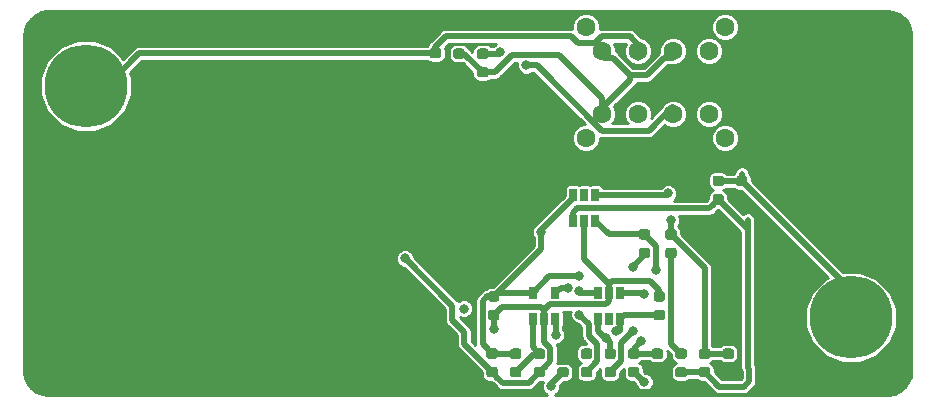
<source format=gtl>
G04 #@! TF.GenerationSoftware,KiCad,Pcbnew,(5.0.0)*
G04 #@! TF.CreationDate,2019-04-01T19:30:18+02:00*
G04 #@! TF.ProjectId,currentscaler,63757272656E747363616C65722E6B69,rev?*
G04 #@! TF.SameCoordinates,Original*
G04 #@! TF.FileFunction,Copper,L1,Top,Signal*
G04 #@! TF.FilePolarity,Positive*
%FSLAX46Y46*%
G04 Gerber Fmt 4.6, Leading zero omitted, Abs format (unit mm)*
G04 Created by KiCad (PCBNEW (5.0.0)) date 04/01/19 19:30:18*
%MOMM*%
%LPD*%
G01*
G04 APERTURE LIST*
G04 #@! TA.AperFunction,ComponentPad*
%ADD10C,7.000000*%
G04 #@! TD*
G04 #@! TA.AperFunction,WasherPad*
%ADD11C,1.600000*%
G04 #@! TD*
G04 #@! TA.AperFunction,ComponentPad*
%ADD12C,1.600000*%
G04 #@! TD*
G04 #@! TA.AperFunction,Conductor*
%ADD13C,0.100000*%
G04 #@! TD*
G04 #@! TA.AperFunction,SMDPad,CuDef*
%ADD14C,0.875000*%
G04 #@! TD*
G04 #@! TA.AperFunction,SMDPad,CuDef*
%ADD15R,0.650000X1.060000*%
G04 #@! TD*
G04 #@! TA.AperFunction,ViaPad*
%ADD16C,0.800000*%
G04 #@! TD*
G04 #@! TA.AperFunction,Conductor*
%ADD17C,0.500000*%
G04 #@! TD*
G04 #@! TA.AperFunction,Conductor*
%ADD18C,0.254000*%
G04 #@! TD*
G04 APERTURE END LIST*
D10*
G04 #@! TO.P,CON2,1*
G04 #@! TO.N,Net-(C6-Pad1)*
X168230000Y-119000000D03*
G04 #@! TO.P,CON2,2*
G04 #@! TO.N,GNDREF*
X168230000Y-99500000D03*
G04 #@! TD*
G04 #@! TO.P,CON1,1*
G04 #@! TO.N,Net-(CON1-Pad1)*
X103460000Y-99390000D03*
G04 #@! TO.P,CON1,2*
G04 #@! TO.N,GNDREF*
X103460000Y-118890000D03*
G04 #@! TD*
D11*
G04 #@! TO.P,DP3T1,*
G04 #@! TO.N,*
X145800000Y-103800000D03*
X157600000Y-103800000D03*
X157600000Y-94400000D03*
X145800000Y-94400000D03*
D12*
G04 #@! TO.P,DP3T1,4*
G04 #@! TO.N,Net-(DP3T1-Pad4)*
X153200000Y-96450000D03*
X147200000Y-96450000D03*
G04 #@! TO.P,DP3T1,3*
G04 #@! TO.N,Net-(CON1-Pad1)*
X150200000Y-96450000D03*
G04 #@! TO.P,DP3T1,5*
X156200000Y-96450000D03*
G04 #@! TO.P,DP3T1,4*
G04 #@! TO.N,Net-(DP3T1-Pad4)*
X147200000Y-101750000D03*
G04 #@! TO.P,DP3T1,3*
G04 #@! TO.N,Net-(CON1-Pad1)*
X150200000Y-101750000D03*
G04 #@! TO.P,DP3T1,2*
G04 #@! TO.N,Net-(DP3T1-Pad2)*
X153200000Y-101750000D03*
G04 #@! TO.P,DP3T1,1*
G04 #@! TO.N,Net-(DP3T1-Pad1)*
X156200000Y-101750000D03*
G04 #@! TD*
D13*
G04 #@! TO.N,Net-(C2-Pad1)*
G04 #@! TO.C,C2*
G36*
X150127691Y-123188553D02*
X150148926Y-123191703D01*
X150169750Y-123196919D01*
X150189962Y-123204151D01*
X150209368Y-123213330D01*
X150227781Y-123224366D01*
X150245024Y-123237154D01*
X150260930Y-123251570D01*
X150275346Y-123267476D01*
X150288134Y-123284719D01*
X150299170Y-123303132D01*
X150308349Y-123322538D01*
X150315581Y-123342750D01*
X150320797Y-123363574D01*
X150323947Y-123384809D01*
X150325000Y-123406250D01*
X150325000Y-123843750D01*
X150323947Y-123865191D01*
X150320797Y-123886426D01*
X150315581Y-123907250D01*
X150308349Y-123927462D01*
X150299170Y-123946868D01*
X150288134Y-123965281D01*
X150275346Y-123982524D01*
X150260930Y-123998430D01*
X150245024Y-124012846D01*
X150227781Y-124025634D01*
X150209368Y-124036670D01*
X150189962Y-124045849D01*
X150169750Y-124053081D01*
X150148926Y-124058297D01*
X150127691Y-124061447D01*
X150106250Y-124062500D01*
X149593750Y-124062500D01*
X149572309Y-124061447D01*
X149551074Y-124058297D01*
X149530250Y-124053081D01*
X149510038Y-124045849D01*
X149490632Y-124036670D01*
X149472219Y-124025634D01*
X149454976Y-124012846D01*
X149439070Y-123998430D01*
X149424654Y-123982524D01*
X149411866Y-123965281D01*
X149400830Y-123946868D01*
X149391651Y-123927462D01*
X149384419Y-123907250D01*
X149379203Y-123886426D01*
X149376053Y-123865191D01*
X149375000Y-123843750D01*
X149375000Y-123406250D01*
X149376053Y-123384809D01*
X149379203Y-123363574D01*
X149384419Y-123342750D01*
X149391651Y-123322538D01*
X149400830Y-123303132D01*
X149411866Y-123284719D01*
X149424654Y-123267476D01*
X149439070Y-123251570D01*
X149454976Y-123237154D01*
X149472219Y-123224366D01*
X149490632Y-123213330D01*
X149510038Y-123204151D01*
X149530250Y-123196919D01*
X149551074Y-123191703D01*
X149572309Y-123188553D01*
X149593750Y-123187500D01*
X150106250Y-123187500D01*
X150127691Y-123188553D01*
X150127691Y-123188553D01*
G37*
D14*
G04 #@! TD*
G04 #@! TO.P,C2,1*
G04 #@! TO.N,Net-(C2-Pad1)*
X149850000Y-123625000D03*
D13*
G04 #@! TO.N,Net-(C2-Pad2)*
G04 #@! TO.C,C2*
G36*
X150127691Y-121613553D02*
X150148926Y-121616703D01*
X150169750Y-121621919D01*
X150189962Y-121629151D01*
X150209368Y-121638330D01*
X150227781Y-121649366D01*
X150245024Y-121662154D01*
X150260930Y-121676570D01*
X150275346Y-121692476D01*
X150288134Y-121709719D01*
X150299170Y-121728132D01*
X150308349Y-121747538D01*
X150315581Y-121767750D01*
X150320797Y-121788574D01*
X150323947Y-121809809D01*
X150325000Y-121831250D01*
X150325000Y-122268750D01*
X150323947Y-122290191D01*
X150320797Y-122311426D01*
X150315581Y-122332250D01*
X150308349Y-122352462D01*
X150299170Y-122371868D01*
X150288134Y-122390281D01*
X150275346Y-122407524D01*
X150260930Y-122423430D01*
X150245024Y-122437846D01*
X150227781Y-122450634D01*
X150209368Y-122461670D01*
X150189962Y-122470849D01*
X150169750Y-122478081D01*
X150148926Y-122483297D01*
X150127691Y-122486447D01*
X150106250Y-122487500D01*
X149593750Y-122487500D01*
X149572309Y-122486447D01*
X149551074Y-122483297D01*
X149530250Y-122478081D01*
X149510038Y-122470849D01*
X149490632Y-122461670D01*
X149472219Y-122450634D01*
X149454976Y-122437846D01*
X149439070Y-122423430D01*
X149424654Y-122407524D01*
X149411866Y-122390281D01*
X149400830Y-122371868D01*
X149391651Y-122352462D01*
X149384419Y-122332250D01*
X149379203Y-122311426D01*
X149376053Y-122290191D01*
X149375000Y-122268750D01*
X149375000Y-121831250D01*
X149376053Y-121809809D01*
X149379203Y-121788574D01*
X149384419Y-121767750D01*
X149391651Y-121747538D01*
X149400830Y-121728132D01*
X149411866Y-121709719D01*
X149424654Y-121692476D01*
X149439070Y-121676570D01*
X149454976Y-121662154D01*
X149472219Y-121649366D01*
X149490632Y-121638330D01*
X149510038Y-121629151D01*
X149530250Y-121621919D01*
X149551074Y-121616703D01*
X149572309Y-121613553D01*
X149593750Y-121612500D01*
X150106250Y-121612500D01*
X150127691Y-121613553D01*
X150127691Y-121613553D01*
G37*
D14*
G04 #@! TD*
G04 #@! TO.P,C2,2*
G04 #@! TO.N,Net-(C2-Pad2)*
X149850000Y-122050000D03*
D15*
G04 #@! TO.P,U1,1*
G04 #@! TO.N,Net-(R2-Pad2)*
X141300000Y-119100000D03*
G04 #@! TO.P,U1,2*
G04 #@! TO.N,GND*
X142250000Y-119100000D03*
G04 #@! TO.P,U1,3*
G04 #@! TO.N,Net-(R6-Pad2)*
X143200000Y-119100000D03*
G04 #@! TO.P,U1,4*
X143200000Y-116900000D03*
G04 #@! TO.P,U1,5*
G04 #@! TO.N,+9V*
X141300000Y-116900000D03*
G04 #@! TD*
G04 #@! TO.P,U2,5*
G04 #@! TO.N,Net-(U2-Pad5)*
X147750000Y-119100000D03*
G04 #@! TO.P,U2,6*
G04 #@! TO.N,+9V*
X148700000Y-119100000D03*
G04 #@! TO.P,U2,4*
G04 #@! TO.N,Net-(C2-Pad2)*
X146800000Y-119100000D03*
G04 #@! TO.P,U2,3*
G04 #@! TO.N,Net-(R8-Pad1)*
X146800000Y-116900000D03*
G04 #@! TO.P,U2,2*
G04 #@! TO.N,GND*
X147750000Y-116900000D03*
G04 #@! TO.P,U2,1*
G04 #@! TO.N,Net-(C2-Pad1)*
X148700000Y-116900000D03*
G04 #@! TD*
G04 #@! TO.P,U3,1*
G04 #@! TO.N,Net-(C4-Pad1)*
X144700000Y-110850000D03*
G04 #@! TO.P,U3,2*
G04 #@! TO.N,GND*
X145650000Y-110850000D03*
G04 #@! TO.P,U3,3*
G04 #@! TO.N,Net-(C2-Pad1)*
X146600000Y-110850000D03*
G04 #@! TO.P,U3,4*
G04 #@! TO.N,Net-(C4-Pad2)*
X146600000Y-108650000D03*
G04 #@! TO.P,U3,6*
G04 #@! TO.N,+9V*
X144700000Y-108650000D03*
G04 #@! TO.P,U3,5*
G04 #@! TO.N,Net-(U3-Pad5)*
X145650000Y-108650000D03*
G04 #@! TD*
D13*
G04 #@! TO.N,Net-(R10-Pad2)*
G04 #@! TO.C,R9*
G36*
X148127691Y-123201053D02*
X148148926Y-123204203D01*
X148169750Y-123209419D01*
X148189962Y-123216651D01*
X148209368Y-123225830D01*
X148227781Y-123236866D01*
X148245024Y-123249654D01*
X148260930Y-123264070D01*
X148275346Y-123279976D01*
X148288134Y-123297219D01*
X148299170Y-123315632D01*
X148308349Y-123335038D01*
X148315581Y-123355250D01*
X148320797Y-123376074D01*
X148323947Y-123397309D01*
X148325000Y-123418750D01*
X148325000Y-123856250D01*
X148323947Y-123877691D01*
X148320797Y-123898926D01*
X148315581Y-123919750D01*
X148308349Y-123939962D01*
X148299170Y-123959368D01*
X148288134Y-123977781D01*
X148275346Y-123995024D01*
X148260930Y-124010930D01*
X148245024Y-124025346D01*
X148227781Y-124038134D01*
X148209368Y-124049170D01*
X148189962Y-124058349D01*
X148169750Y-124065581D01*
X148148926Y-124070797D01*
X148127691Y-124073947D01*
X148106250Y-124075000D01*
X147593750Y-124075000D01*
X147572309Y-124073947D01*
X147551074Y-124070797D01*
X147530250Y-124065581D01*
X147510038Y-124058349D01*
X147490632Y-124049170D01*
X147472219Y-124038134D01*
X147454976Y-124025346D01*
X147439070Y-124010930D01*
X147424654Y-123995024D01*
X147411866Y-123977781D01*
X147400830Y-123959368D01*
X147391651Y-123939962D01*
X147384419Y-123919750D01*
X147379203Y-123898926D01*
X147376053Y-123877691D01*
X147375000Y-123856250D01*
X147375000Y-123418750D01*
X147376053Y-123397309D01*
X147379203Y-123376074D01*
X147384419Y-123355250D01*
X147391651Y-123335038D01*
X147400830Y-123315632D01*
X147411866Y-123297219D01*
X147424654Y-123279976D01*
X147439070Y-123264070D01*
X147454976Y-123249654D01*
X147472219Y-123236866D01*
X147490632Y-123225830D01*
X147510038Y-123216651D01*
X147530250Y-123209419D01*
X147551074Y-123204203D01*
X147572309Y-123201053D01*
X147593750Y-123200000D01*
X148106250Y-123200000D01*
X148127691Y-123201053D01*
X148127691Y-123201053D01*
G37*
D14*
G04 #@! TD*
G04 #@! TO.P,R9,1*
G04 #@! TO.N,Net-(R10-Pad2)*
X147850000Y-123637500D03*
D13*
G04 #@! TO.N,Net-(C2-Pad2)*
G04 #@! TO.C,R9*
G36*
X148127691Y-121626053D02*
X148148926Y-121629203D01*
X148169750Y-121634419D01*
X148189962Y-121641651D01*
X148209368Y-121650830D01*
X148227781Y-121661866D01*
X148245024Y-121674654D01*
X148260930Y-121689070D01*
X148275346Y-121704976D01*
X148288134Y-121722219D01*
X148299170Y-121740632D01*
X148308349Y-121760038D01*
X148315581Y-121780250D01*
X148320797Y-121801074D01*
X148323947Y-121822309D01*
X148325000Y-121843750D01*
X148325000Y-122281250D01*
X148323947Y-122302691D01*
X148320797Y-122323926D01*
X148315581Y-122344750D01*
X148308349Y-122364962D01*
X148299170Y-122384368D01*
X148288134Y-122402781D01*
X148275346Y-122420024D01*
X148260930Y-122435930D01*
X148245024Y-122450346D01*
X148227781Y-122463134D01*
X148209368Y-122474170D01*
X148189962Y-122483349D01*
X148169750Y-122490581D01*
X148148926Y-122495797D01*
X148127691Y-122498947D01*
X148106250Y-122500000D01*
X147593750Y-122500000D01*
X147572309Y-122498947D01*
X147551074Y-122495797D01*
X147530250Y-122490581D01*
X147510038Y-122483349D01*
X147490632Y-122474170D01*
X147472219Y-122463134D01*
X147454976Y-122450346D01*
X147439070Y-122435930D01*
X147424654Y-122420024D01*
X147411866Y-122402781D01*
X147400830Y-122384368D01*
X147391651Y-122364962D01*
X147384419Y-122344750D01*
X147379203Y-122323926D01*
X147376053Y-122302691D01*
X147375000Y-122281250D01*
X147375000Y-121843750D01*
X147376053Y-121822309D01*
X147379203Y-121801074D01*
X147384419Y-121780250D01*
X147391651Y-121760038D01*
X147400830Y-121740632D01*
X147411866Y-121722219D01*
X147424654Y-121704976D01*
X147439070Y-121689070D01*
X147454976Y-121674654D01*
X147472219Y-121661866D01*
X147490632Y-121650830D01*
X147510038Y-121641651D01*
X147530250Y-121634419D01*
X147551074Y-121629203D01*
X147572309Y-121626053D01*
X147593750Y-121625000D01*
X148106250Y-121625000D01*
X148127691Y-121626053D01*
X148127691Y-121626053D01*
G37*
D14*
G04 #@! TD*
G04 #@! TO.P,R9,2*
G04 #@! TO.N,Net-(C2-Pad2)*
X147850000Y-122062500D03*
D13*
G04 #@! TO.N,Net-(R6-Pad2)*
G04 #@! TO.C,R6*
G36*
X144127691Y-123201053D02*
X144148926Y-123204203D01*
X144169750Y-123209419D01*
X144189962Y-123216651D01*
X144209368Y-123225830D01*
X144227781Y-123236866D01*
X144245024Y-123249654D01*
X144260930Y-123264070D01*
X144275346Y-123279976D01*
X144288134Y-123297219D01*
X144299170Y-123315632D01*
X144308349Y-123335038D01*
X144315581Y-123355250D01*
X144320797Y-123376074D01*
X144323947Y-123397309D01*
X144325000Y-123418750D01*
X144325000Y-123856250D01*
X144323947Y-123877691D01*
X144320797Y-123898926D01*
X144315581Y-123919750D01*
X144308349Y-123939962D01*
X144299170Y-123959368D01*
X144288134Y-123977781D01*
X144275346Y-123995024D01*
X144260930Y-124010930D01*
X144245024Y-124025346D01*
X144227781Y-124038134D01*
X144209368Y-124049170D01*
X144189962Y-124058349D01*
X144169750Y-124065581D01*
X144148926Y-124070797D01*
X144127691Y-124073947D01*
X144106250Y-124075000D01*
X143593750Y-124075000D01*
X143572309Y-124073947D01*
X143551074Y-124070797D01*
X143530250Y-124065581D01*
X143510038Y-124058349D01*
X143490632Y-124049170D01*
X143472219Y-124038134D01*
X143454976Y-124025346D01*
X143439070Y-124010930D01*
X143424654Y-123995024D01*
X143411866Y-123977781D01*
X143400830Y-123959368D01*
X143391651Y-123939962D01*
X143384419Y-123919750D01*
X143379203Y-123898926D01*
X143376053Y-123877691D01*
X143375000Y-123856250D01*
X143375000Y-123418750D01*
X143376053Y-123397309D01*
X143379203Y-123376074D01*
X143384419Y-123355250D01*
X143391651Y-123335038D01*
X143400830Y-123315632D01*
X143411866Y-123297219D01*
X143424654Y-123279976D01*
X143439070Y-123264070D01*
X143454976Y-123249654D01*
X143472219Y-123236866D01*
X143490632Y-123225830D01*
X143510038Y-123216651D01*
X143530250Y-123209419D01*
X143551074Y-123204203D01*
X143572309Y-123201053D01*
X143593750Y-123200000D01*
X144106250Y-123200000D01*
X144127691Y-123201053D01*
X144127691Y-123201053D01*
G37*
D14*
G04 #@! TD*
G04 #@! TO.P,R6,2*
G04 #@! TO.N,Net-(R6-Pad2)*
X143850000Y-123637500D03*
D13*
G04 #@! TO.N,GNDREF*
G04 #@! TO.C,R6*
G36*
X144127691Y-121626053D02*
X144148926Y-121629203D01*
X144169750Y-121634419D01*
X144189962Y-121641651D01*
X144209368Y-121650830D01*
X144227781Y-121661866D01*
X144245024Y-121674654D01*
X144260930Y-121689070D01*
X144275346Y-121704976D01*
X144288134Y-121722219D01*
X144299170Y-121740632D01*
X144308349Y-121760038D01*
X144315581Y-121780250D01*
X144320797Y-121801074D01*
X144323947Y-121822309D01*
X144325000Y-121843750D01*
X144325000Y-122281250D01*
X144323947Y-122302691D01*
X144320797Y-122323926D01*
X144315581Y-122344750D01*
X144308349Y-122364962D01*
X144299170Y-122384368D01*
X144288134Y-122402781D01*
X144275346Y-122420024D01*
X144260930Y-122435930D01*
X144245024Y-122450346D01*
X144227781Y-122463134D01*
X144209368Y-122474170D01*
X144189962Y-122483349D01*
X144169750Y-122490581D01*
X144148926Y-122495797D01*
X144127691Y-122498947D01*
X144106250Y-122500000D01*
X143593750Y-122500000D01*
X143572309Y-122498947D01*
X143551074Y-122495797D01*
X143530250Y-122490581D01*
X143510038Y-122483349D01*
X143490632Y-122474170D01*
X143472219Y-122463134D01*
X143454976Y-122450346D01*
X143439070Y-122435930D01*
X143424654Y-122420024D01*
X143411866Y-122402781D01*
X143400830Y-122384368D01*
X143391651Y-122364962D01*
X143384419Y-122344750D01*
X143379203Y-122323926D01*
X143376053Y-122302691D01*
X143375000Y-122281250D01*
X143375000Y-121843750D01*
X143376053Y-121822309D01*
X143379203Y-121801074D01*
X143384419Y-121780250D01*
X143391651Y-121760038D01*
X143400830Y-121740632D01*
X143411866Y-121722219D01*
X143424654Y-121704976D01*
X143439070Y-121689070D01*
X143454976Y-121674654D01*
X143472219Y-121661866D01*
X143490632Y-121650830D01*
X143510038Y-121641651D01*
X143530250Y-121634419D01*
X143551074Y-121629203D01*
X143572309Y-121626053D01*
X143593750Y-121625000D01*
X144106250Y-121625000D01*
X144127691Y-121626053D01*
X144127691Y-121626053D01*
G37*
D14*
G04 #@! TD*
G04 #@! TO.P,R6,1*
G04 #@! TO.N,GNDREF*
X143850000Y-122062500D03*
D13*
G04 #@! TO.N,Net-(C2-Pad1)*
G04 #@! TO.C,R10*
G36*
X151027691Y-111526053D02*
X151048926Y-111529203D01*
X151069750Y-111534419D01*
X151089962Y-111541651D01*
X151109368Y-111550830D01*
X151127781Y-111561866D01*
X151145024Y-111574654D01*
X151160930Y-111589070D01*
X151175346Y-111604976D01*
X151188134Y-111622219D01*
X151199170Y-111640632D01*
X151208349Y-111660038D01*
X151215581Y-111680250D01*
X151220797Y-111701074D01*
X151223947Y-111722309D01*
X151225000Y-111743750D01*
X151225000Y-112181250D01*
X151223947Y-112202691D01*
X151220797Y-112223926D01*
X151215581Y-112244750D01*
X151208349Y-112264962D01*
X151199170Y-112284368D01*
X151188134Y-112302781D01*
X151175346Y-112320024D01*
X151160930Y-112335930D01*
X151145024Y-112350346D01*
X151127781Y-112363134D01*
X151109368Y-112374170D01*
X151089962Y-112383349D01*
X151069750Y-112390581D01*
X151048926Y-112395797D01*
X151027691Y-112398947D01*
X151006250Y-112400000D01*
X150493750Y-112400000D01*
X150472309Y-112398947D01*
X150451074Y-112395797D01*
X150430250Y-112390581D01*
X150410038Y-112383349D01*
X150390632Y-112374170D01*
X150372219Y-112363134D01*
X150354976Y-112350346D01*
X150339070Y-112335930D01*
X150324654Y-112320024D01*
X150311866Y-112302781D01*
X150300830Y-112284368D01*
X150291651Y-112264962D01*
X150284419Y-112244750D01*
X150279203Y-112223926D01*
X150276053Y-112202691D01*
X150275000Y-112181250D01*
X150275000Y-111743750D01*
X150276053Y-111722309D01*
X150279203Y-111701074D01*
X150284419Y-111680250D01*
X150291651Y-111660038D01*
X150300830Y-111640632D01*
X150311866Y-111622219D01*
X150324654Y-111604976D01*
X150339070Y-111589070D01*
X150354976Y-111574654D01*
X150372219Y-111561866D01*
X150390632Y-111550830D01*
X150410038Y-111541651D01*
X150430250Y-111534419D01*
X150451074Y-111529203D01*
X150472309Y-111526053D01*
X150493750Y-111525000D01*
X151006250Y-111525000D01*
X151027691Y-111526053D01*
X151027691Y-111526053D01*
G37*
D14*
G04 #@! TD*
G04 #@! TO.P,R10,1*
G04 #@! TO.N,Net-(C2-Pad1)*
X150750000Y-111962500D03*
D13*
G04 #@! TO.N,Net-(R10-Pad2)*
G04 #@! TO.C,R10*
G36*
X151027691Y-113101053D02*
X151048926Y-113104203D01*
X151069750Y-113109419D01*
X151089962Y-113116651D01*
X151109368Y-113125830D01*
X151127781Y-113136866D01*
X151145024Y-113149654D01*
X151160930Y-113164070D01*
X151175346Y-113179976D01*
X151188134Y-113197219D01*
X151199170Y-113215632D01*
X151208349Y-113235038D01*
X151215581Y-113255250D01*
X151220797Y-113276074D01*
X151223947Y-113297309D01*
X151225000Y-113318750D01*
X151225000Y-113756250D01*
X151223947Y-113777691D01*
X151220797Y-113798926D01*
X151215581Y-113819750D01*
X151208349Y-113839962D01*
X151199170Y-113859368D01*
X151188134Y-113877781D01*
X151175346Y-113895024D01*
X151160930Y-113910930D01*
X151145024Y-113925346D01*
X151127781Y-113938134D01*
X151109368Y-113949170D01*
X151089962Y-113958349D01*
X151069750Y-113965581D01*
X151048926Y-113970797D01*
X151027691Y-113973947D01*
X151006250Y-113975000D01*
X150493750Y-113975000D01*
X150472309Y-113973947D01*
X150451074Y-113970797D01*
X150430250Y-113965581D01*
X150410038Y-113958349D01*
X150390632Y-113949170D01*
X150372219Y-113938134D01*
X150354976Y-113925346D01*
X150339070Y-113910930D01*
X150324654Y-113895024D01*
X150311866Y-113877781D01*
X150300830Y-113859368D01*
X150291651Y-113839962D01*
X150284419Y-113819750D01*
X150279203Y-113798926D01*
X150276053Y-113777691D01*
X150275000Y-113756250D01*
X150275000Y-113318750D01*
X150276053Y-113297309D01*
X150279203Y-113276074D01*
X150284419Y-113255250D01*
X150291651Y-113235038D01*
X150300830Y-113215632D01*
X150311866Y-113197219D01*
X150324654Y-113179976D01*
X150339070Y-113164070D01*
X150354976Y-113149654D01*
X150372219Y-113136866D01*
X150390632Y-113125830D01*
X150410038Y-113116651D01*
X150430250Y-113109419D01*
X150451074Y-113104203D01*
X150472309Y-113101053D01*
X150493750Y-113100000D01*
X151006250Y-113100000D01*
X151027691Y-113101053D01*
X151027691Y-113101053D01*
G37*
D14*
G04 #@! TD*
G04 #@! TO.P,R10,2*
G04 #@! TO.N,Net-(R10-Pad2)*
X150750000Y-113537500D03*
D13*
G04 #@! TO.N,GNDREF*
G04 #@! TO.C,R4*
G36*
X135327691Y-97801053D02*
X135348926Y-97804203D01*
X135369750Y-97809419D01*
X135389962Y-97816651D01*
X135409368Y-97825830D01*
X135427781Y-97836866D01*
X135445024Y-97849654D01*
X135460930Y-97864070D01*
X135475346Y-97879976D01*
X135488134Y-97897219D01*
X135499170Y-97915632D01*
X135508349Y-97935038D01*
X135515581Y-97955250D01*
X135520797Y-97976074D01*
X135523947Y-97997309D01*
X135525000Y-98018750D01*
X135525000Y-98456250D01*
X135523947Y-98477691D01*
X135520797Y-98498926D01*
X135515581Y-98519750D01*
X135508349Y-98539962D01*
X135499170Y-98559368D01*
X135488134Y-98577781D01*
X135475346Y-98595024D01*
X135460930Y-98610930D01*
X135445024Y-98625346D01*
X135427781Y-98638134D01*
X135409368Y-98649170D01*
X135389962Y-98658349D01*
X135369750Y-98665581D01*
X135348926Y-98670797D01*
X135327691Y-98673947D01*
X135306250Y-98675000D01*
X134793750Y-98675000D01*
X134772309Y-98673947D01*
X134751074Y-98670797D01*
X134730250Y-98665581D01*
X134710038Y-98658349D01*
X134690632Y-98649170D01*
X134672219Y-98638134D01*
X134654976Y-98625346D01*
X134639070Y-98610930D01*
X134624654Y-98595024D01*
X134611866Y-98577781D01*
X134600830Y-98559368D01*
X134591651Y-98539962D01*
X134584419Y-98519750D01*
X134579203Y-98498926D01*
X134576053Y-98477691D01*
X134575000Y-98456250D01*
X134575000Y-98018750D01*
X134576053Y-97997309D01*
X134579203Y-97976074D01*
X134584419Y-97955250D01*
X134591651Y-97935038D01*
X134600830Y-97915632D01*
X134611866Y-97897219D01*
X134624654Y-97879976D01*
X134639070Y-97864070D01*
X134654976Y-97849654D01*
X134672219Y-97836866D01*
X134690632Y-97825830D01*
X134710038Y-97816651D01*
X134730250Y-97809419D01*
X134751074Y-97804203D01*
X134772309Y-97801053D01*
X134793750Y-97800000D01*
X135306250Y-97800000D01*
X135327691Y-97801053D01*
X135327691Y-97801053D01*
G37*
D14*
G04 #@! TD*
G04 #@! TO.P,R4,2*
G04 #@! TO.N,GNDREF*
X135050000Y-98237500D03*
D13*
G04 #@! TO.N,Net-(DP3T1-Pad4)*
G04 #@! TO.C,R4*
G36*
X135327691Y-96226053D02*
X135348926Y-96229203D01*
X135369750Y-96234419D01*
X135389962Y-96241651D01*
X135409368Y-96250830D01*
X135427781Y-96261866D01*
X135445024Y-96274654D01*
X135460930Y-96289070D01*
X135475346Y-96304976D01*
X135488134Y-96322219D01*
X135499170Y-96340632D01*
X135508349Y-96360038D01*
X135515581Y-96380250D01*
X135520797Y-96401074D01*
X135523947Y-96422309D01*
X135525000Y-96443750D01*
X135525000Y-96881250D01*
X135523947Y-96902691D01*
X135520797Y-96923926D01*
X135515581Y-96944750D01*
X135508349Y-96964962D01*
X135499170Y-96984368D01*
X135488134Y-97002781D01*
X135475346Y-97020024D01*
X135460930Y-97035930D01*
X135445024Y-97050346D01*
X135427781Y-97063134D01*
X135409368Y-97074170D01*
X135389962Y-97083349D01*
X135369750Y-97090581D01*
X135348926Y-97095797D01*
X135327691Y-97098947D01*
X135306250Y-97100000D01*
X134793750Y-97100000D01*
X134772309Y-97098947D01*
X134751074Y-97095797D01*
X134730250Y-97090581D01*
X134710038Y-97083349D01*
X134690632Y-97074170D01*
X134672219Y-97063134D01*
X134654976Y-97050346D01*
X134639070Y-97035930D01*
X134624654Y-97020024D01*
X134611866Y-97002781D01*
X134600830Y-96984368D01*
X134591651Y-96964962D01*
X134584419Y-96944750D01*
X134579203Y-96923926D01*
X134576053Y-96902691D01*
X134575000Y-96881250D01*
X134575000Y-96443750D01*
X134576053Y-96422309D01*
X134579203Y-96401074D01*
X134584419Y-96380250D01*
X134591651Y-96360038D01*
X134600830Y-96340632D01*
X134611866Y-96322219D01*
X134624654Y-96304976D01*
X134639070Y-96289070D01*
X134654976Y-96274654D01*
X134672219Y-96261866D01*
X134690632Y-96250830D01*
X134710038Y-96241651D01*
X134730250Y-96234419D01*
X134751074Y-96229203D01*
X134772309Y-96226053D01*
X134793750Y-96225000D01*
X135306250Y-96225000D01*
X135327691Y-96226053D01*
X135327691Y-96226053D01*
G37*
D14*
G04 #@! TD*
G04 #@! TO.P,R4,1*
G04 #@! TO.N,Net-(DP3T1-Pad4)*
X135050000Y-96662500D03*
D13*
G04 #@! TO.N,GNDREF*
G04 #@! TO.C,R7*
G36*
X152127691Y-123201053D02*
X152148926Y-123204203D01*
X152169750Y-123209419D01*
X152189962Y-123216651D01*
X152209368Y-123225830D01*
X152227781Y-123236866D01*
X152245024Y-123249654D01*
X152260930Y-123264070D01*
X152275346Y-123279976D01*
X152288134Y-123297219D01*
X152299170Y-123315632D01*
X152308349Y-123335038D01*
X152315581Y-123355250D01*
X152320797Y-123376074D01*
X152323947Y-123397309D01*
X152325000Y-123418750D01*
X152325000Y-123856250D01*
X152323947Y-123877691D01*
X152320797Y-123898926D01*
X152315581Y-123919750D01*
X152308349Y-123939962D01*
X152299170Y-123959368D01*
X152288134Y-123977781D01*
X152275346Y-123995024D01*
X152260930Y-124010930D01*
X152245024Y-124025346D01*
X152227781Y-124038134D01*
X152209368Y-124049170D01*
X152189962Y-124058349D01*
X152169750Y-124065581D01*
X152148926Y-124070797D01*
X152127691Y-124073947D01*
X152106250Y-124075000D01*
X151593750Y-124075000D01*
X151572309Y-124073947D01*
X151551074Y-124070797D01*
X151530250Y-124065581D01*
X151510038Y-124058349D01*
X151490632Y-124049170D01*
X151472219Y-124038134D01*
X151454976Y-124025346D01*
X151439070Y-124010930D01*
X151424654Y-123995024D01*
X151411866Y-123977781D01*
X151400830Y-123959368D01*
X151391651Y-123939962D01*
X151384419Y-123919750D01*
X151379203Y-123898926D01*
X151376053Y-123877691D01*
X151375000Y-123856250D01*
X151375000Y-123418750D01*
X151376053Y-123397309D01*
X151379203Y-123376074D01*
X151384419Y-123355250D01*
X151391651Y-123335038D01*
X151400830Y-123315632D01*
X151411866Y-123297219D01*
X151424654Y-123279976D01*
X151439070Y-123264070D01*
X151454976Y-123249654D01*
X151472219Y-123236866D01*
X151490632Y-123225830D01*
X151510038Y-123216651D01*
X151530250Y-123209419D01*
X151551074Y-123204203D01*
X151572309Y-123201053D01*
X151593750Y-123200000D01*
X152106250Y-123200000D01*
X152127691Y-123201053D01*
X152127691Y-123201053D01*
G37*
D14*
G04 #@! TD*
G04 #@! TO.P,R7,1*
G04 #@! TO.N,GNDREF*
X151850000Y-123637500D03*
D13*
G04 #@! TO.N,Net-(C2-Pad2)*
G04 #@! TO.C,R7*
G36*
X152127691Y-121626053D02*
X152148926Y-121629203D01*
X152169750Y-121634419D01*
X152189962Y-121641651D01*
X152209368Y-121650830D01*
X152227781Y-121661866D01*
X152245024Y-121674654D01*
X152260930Y-121689070D01*
X152275346Y-121704976D01*
X152288134Y-121722219D01*
X152299170Y-121740632D01*
X152308349Y-121760038D01*
X152315581Y-121780250D01*
X152320797Y-121801074D01*
X152323947Y-121822309D01*
X152325000Y-121843750D01*
X152325000Y-122281250D01*
X152323947Y-122302691D01*
X152320797Y-122323926D01*
X152315581Y-122344750D01*
X152308349Y-122364962D01*
X152299170Y-122384368D01*
X152288134Y-122402781D01*
X152275346Y-122420024D01*
X152260930Y-122435930D01*
X152245024Y-122450346D01*
X152227781Y-122463134D01*
X152209368Y-122474170D01*
X152189962Y-122483349D01*
X152169750Y-122490581D01*
X152148926Y-122495797D01*
X152127691Y-122498947D01*
X152106250Y-122500000D01*
X151593750Y-122500000D01*
X151572309Y-122498947D01*
X151551074Y-122495797D01*
X151530250Y-122490581D01*
X151510038Y-122483349D01*
X151490632Y-122474170D01*
X151472219Y-122463134D01*
X151454976Y-122450346D01*
X151439070Y-122435930D01*
X151424654Y-122420024D01*
X151411866Y-122402781D01*
X151400830Y-122384368D01*
X151391651Y-122364962D01*
X151384419Y-122344750D01*
X151379203Y-122323926D01*
X151376053Y-122302691D01*
X151375000Y-122281250D01*
X151375000Y-121843750D01*
X151376053Y-121822309D01*
X151379203Y-121801074D01*
X151384419Y-121780250D01*
X151391651Y-121760038D01*
X151400830Y-121740632D01*
X151411866Y-121722219D01*
X151424654Y-121704976D01*
X151439070Y-121689070D01*
X151454976Y-121674654D01*
X151472219Y-121661866D01*
X151490632Y-121650830D01*
X151510038Y-121641651D01*
X151530250Y-121634419D01*
X151551074Y-121629203D01*
X151572309Y-121626053D01*
X151593750Y-121625000D01*
X152106250Y-121625000D01*
X152127691Y-121626053D01*
X152127691Y-121626053D01*
G37*
D14*
G04 #@! TD*
G04 #@! TO.P,R7,2*
G04 #@! TO.N,Net-(C2-Pad2)*
X151850000Y-122062500D03*
D13*
G04 #@! TO.N,Net-(DP3T1-Pad6)*
G04 #@! TO.C,R8*
G36*
X146127691Y-121626053D02*
X146148926Y-121629203D01*
X146169750Y-121634419D01*
X146189962Y-121641651D01*
X146209368Y-121650830D01*
X146227781Y-121661866D01*
X146245024Y-121674654D01*
X146260930Y-121689070D01*
X146275346Y-121704976D01*
X146288134Y-121722219D01*
X146299170Y-121740632D01*
X146308349Y-121760038D01*
X146315581Y-121780250D01*
X146320797Y-121801074D01*
X146323947Y-121822309D01*
X146325000Y-121843750D01*
X146325000Y-122281250D01*
X146323947Y-122302691D01*
X146320797Y-122323926D01*
X146315581Y-122344750D01*
X146308349Y-122364962D01*
X146299170Y-122384368D01*
X146288134Y-122402781D01*
X146275346Y-122420024D01*
X146260930Y-122435930D01*
X146245024Y-122450346D01*
X146227781Y-122463134D01*
X146209368Y-122474170D01*
X146189962Y-122483349D01*
X146169750Y-122490581D01*
X146148926Y-122495797D01*
X146127691Y-122498947D01*
X146106250Y-122500000D01*
X145593750Y-122500000D01*
X145572309Y-122498947D01*
X145551074Y-122495797D01*
X145530250Y-122490581D01*
X145510038Y-122483349D01*
X145490632Y-122474170D01*
X145472219Y-122463134D01*
X145454976Y-122450346D01*
X145439070Y-122435930D01*
X145424654Y-122420024D01*
X145411866Y-122402781D01*
X145400830Y-122384368D01*
X145391651Y-122364962D01*
X145384419Y-122344750D01*
X145379203Y-122323926D01*
X145376053Y-122302691D01*
X145375000Y-122281250D01*
X145375000Y-121843750D01*
X145376053Y-121822309D01*
X145379203Y-121801074D01*
X145384419Y-121780250D01*
X145391651Y-121760038D01*
X145400830Y-121740632D01*
X145411866Y-121722219D01*
X145424654Y-121704976D01*
X145439070Y-121689070D01*
X145454976Y-121674654D01*
X145472219Y-121661866D01*
X145490632Y-121650830D01*
X145510038Y-121641651D01*
X145530250Y-121634419D01*
X145551074Y-121629203D01*
X145572309Y-121626053D01*
X145593750Y-121625000D01*
X146106250Y-121625000D01*
X146127691Y-121626053D01*
X146127691Y-121626053D01*
G37*
D14*
G04 #@! TD*
G04 #@! TO.P,R8,2*
G04 #@! TO.N,Net-(DP3T1-Pad6)*
X145850000Y-122062500D03*
D13*
G04 #@! TO.N,Net-(R8-Pad1)*
G04 #@! TO.C,R8*
G36*
X146127691Y-123201053D02*
X146148926Y-123204203D01*
X146169750Y-123209419D01*
X146189962Y-123216651D01*
X146209368Y-123225830D01*
X146227781Y-123236866D01*
X146245024Y-123249654D01*
X146260930Y-123264070D01*
X146275346Y-123279976D01*
X146288134Y-123297219D01*
X146299170Y-123315632D01*
X146308349Y-123335038D01*
X146315581Y-123355250D01*
X146320797Y-123376074D01*
X146323947Y-123397309D01*
X146325000Y-123418750D01*
X146325000Y-123856250D01*
X146323947Y-123877691D01*
X146320797Y-123898926D01*
X146315581Y-123919750D01*
X146308349Y-123939962D01*
X146299170Y-123959368D01*
X146288134Y-123977781D01*
X146275346Y-123995024D01*
X146260930Y-124010930D01*
X146245024Y-124025346D01*
X146227781Y-124038134D01*
X146209368Y-124049170D01*
X146189962Y-124058349D01*
X146169750Y-124065581D01*
X146148926Y-124070797D01*
X146127691Y-124073947D01*
X146106250Y-124075000D01*
X145593750Y-124075000D01*
X145572309Y-124073947D01*
X145551074Y-124070797D01*
X145530250Y-124065581D01*
X145510038Y-124058349D01*
X145490632Y-124049170D01*
X145472219Y-124038134D01*
X145454976Y-124025346D01*
X145439070Y-124010930D01*
X145424654Y-123995024D01*
X145411866Y-123977781D01*
X145400830Y-123959368D01*
X145391651Y-123939962D01*
X145384419Y-123919750D01*
X145379203Y-123898926D01*
X145376053Y-123877691D01*
X145375000Y-123856250D01*
X145375000Y-123418750D01*
X145376053Y-123397309D01*
X145379203Y-123376074D01*
X145384419Y-123355250D01*
X145391651Y-123335038D01*
X145400830Y-123315632D01*
X145411866Y-123297219D01*
X145424654Y-123279976D01*
X145439070Y-123264070D01*
X145454976Y-123249654D01*
X145472219Y-123236866D01*
X145490632Y-123225830D01*
X145510038Y-123216651D01*
X145530250Y-123209419D01*
X145551074Y-123204203D01*
X145572309Y-123201053D01*
X145593750Y-123200000D01*
X146106250Y-123200000D01*
X146127691Y-123201053D01*
X146127691Y-123201053D01*
G37*
D14*
G04 #@! TD*
G04 #@! TO.P,R8,1*
G04 #@! TO.N,Net-(R8-Pad1)*
X145850000Y-123637500D03*
D13*
G04 #@! TO.N,Net-(DP3T1-Pad2)*
G04 #@! TO.C,R5*
G36*
X137327691Y-96226053D02*
X137348926Y-96229203D01*
X137369750Y-96234419D01*
X137389962Y-96241651D01*
X137409368Y-96250830D01*
X137427781Y-96261866D01*
X137445024Y-96274654D01*
X137460930Y-96289070D01*
X137475346Y-96304976D01*
X137488134Y-96322219D01*
X137499170Y-96340632D01*
X137508349Y-96360038D01*
X137515581Y-96380250D01*
X137520797Y-96401074D01*
X137523947Y-96422309D01*
X137525000Y-96443750D01*
X137525000Y-96881250D01*
X137523947Y-96902691D01*
X137520797Y-96923926D01*
X137515581Y-96944750D01*
X137508349Y-96964962D01*
X137499170Y-96984368D01*
X137488134Y-97002781D01*
X137475346Y-97020024D01*
X137460930Y-97035930D01*
X137445024Y-97050346D01*
X137427781Y-97063134D01*
X137409368Y-97074170D01*
X137389962Y-97083349D01*
X137369750Y-97090581D01*
X137348926Y-97095797D01*
X137327691Y-97098947D01*
X137306250Y-97100000D01*
X136793750Y-97100000D01*
X136772309Y-97098947D01*
X136751074Y-97095797D01*
X136730250Y-97090581D01*
X136710038Y-97083349D01*
X136690632Y-97074170D01*
X136672219Y-97063134D01*
X136654976Y-97050346D01*
X136639070Y-97035930D01*
X136624654Y-97020024D01*
X136611866Y-97002781D01*
X136600830Y-96984368D01*
X136591651Y-96964962D01*
X136584419Y-96944750D01*
X136579203Y-96923926D01*
X136576053Y-96902691D01*
X136575000Y-96881250D01*
X136575000Y-96443750D01*
X136576053Y-96422309D01*
X136579203Y-96401074D01*
X136584419Y-96380250D01*
X136591651Y-96360038D01*
X136600830Y-96340632D01*
X136611866Y-96322219D01*
X136624654Y-96304976D01*
X136639070Y-96289070D01*
X136654976Y-96274654D01*
X136672219Y-96261866D01*
X136690632Y-96250830D01*
X136710038Y-96241651D01*
X136730250Y-96234419D01*
X136751074Y-96229203D01*
X136772309Y-96226053D01*
X136793750Y-96225000D01*
X137306250Y-96225000D01*
X137327691Y-96226053D01*
X137327691Y-96226053D01*
G37*
D14*
G04 #@! TD*
G04 #@! TO.P,R5,1*
G04 #@! TO.N,Net-(DP3T1-Pad2)*
X137050000Y-96662500D03*
D13*
G04 #@! TO.N,Net-(DP3T1-Pad4)*
G04 #@! TO.C,R5*
G36*
X137327691Y-97801053D02*
X137348926Y-97804203D01*
X137369750Y-97809419D01*
X137389962Y-97816651D01*
X137409368Y-97825830D01*
X137427781Y-97836866D01*
X137445024Y-97849654D01*
X137460930Y-97864070D01*
X137475346Y-97879976D01*
X137488134Y-97897219D01*
X137499170Y-97915632D01*
X137508349Y-97935038D01*
X137515581Y-97955250D01*
X137520797Y-97976074D01*
X137523947Y-97997309D01*
X137525000Y-98018750D01*
X137525000Y-98456250D01*
X137523947Y-98477691D01*
X137520797Y-98498926D01*
X137515581Y-98519750D01*
X137508349Y-98539962D01*
X137499170Y-98559368D01*
X137488134Y-98577781D01*
X137475346Y-98595024D01*
X137460930Y-98610930D01*
X137445024Y-98625346D01*
X137427781Y-98638134D01*
X137409368Y-98649170D01*
X137389962Y-98658349D01*
X137369750Y-98665581D01*
X137348926Y-98670797D01*
X137327691Y-98673947D01*
X137306250Y-98675000D01*
X136793750Y-98675000D01*
X136772309Y-98673947D01*
X136751074Y-98670797D01*
X136730250Y-98665581D01*
X136710038Y-98658349D01*
X136690632Y-98649170D01*
X136672219Y-98638134D01*
X136654976Y-98625346D01*
X136639070Y-98610930D01*
X136624654Y-98595024D01*
X136611866Y-98577781D01*
X136600830Y-98559368D01*
X136591651Y-98539962D01*
X136584419Y-98519750D01*
X136579203Y-98498926D01*
X136576053Y-98477691D01*
X136575000Y-98456250D01*
X136575000Y-98018750D01*
X136576053Y-97997309D01*
X136579203Y-97976074D01*
X136584419Y-97955250D01*
X136591651Y-97935038D01*
X136600830Y-97915632D01*
X136611866Y-97897219D01*
X136624654Y-97879976D01*
X136639070Y-97864070D01*
X136654976Y-97849654D01*
X136672219Y-97836866D01*
X136690632Y-97825830D01*
X136710038Y-97816651D01*
X136730250Y-97809419D01*
X136751074Y-97804203D01*
X136772309Y-97801053D01*
X136793750Y-97800000D01*
X137306250Y-97800000D01*
X137327691Y-97801053D01*
X137327691Y-97801053D01*
G37*
D14*
G04 #@! TD*
G04 #@! TO.P,R5,2*
G04 #@! TO.N,Net-(DP3T1-Pad4)*
X137050000Y-98237500D03*
D13*
G04 #@! TO.N,Net-(C4-Pad1)*
G04 #@! TO.C,R14*
G36*
X157277691Y-108563553D02*
X157298926Y-108566703D01*
X157319750Y-108571919D01*
X157339962Y-108579151D01*
X157359368Y-108588330D01*
X157377781Y-108599366D01*
X157395024Y-108612154D01*
X157410930Y-108626570D01*
X157425346Y-108642476D01*
X157438134Y-108659719D01*
X157449170Y-108678132D01*
X157458349Y-108697538D01*
X157465581Y-108717750D01*
X157470797Y-108738574D01*
X157473947Y-108759809D01*
X157475000Y-108781250D01*
X157475000Y-109218750D01*
X157473947Y-109240191D01*
X157470797Y-109261426D01*
X157465581Y-109282250D01*
X157458349Y-109302462D01*
X157449170Y-109321868D01*
X157438134Y-109340281D01*
X157425346Y-109357524D01*
X157410930Y-109373430D01*
X157395024Y-109387846D01*
X157377781Y-109400634D01*
X157359368Y-109411670D01*
X157339962Y-109420849D01*
X157319750Y-109428081D01*
X157298926Y-109433297D01*
X157277691Y-109436447D01*
X157256250Y-109437500D01*
X156743750Y-109437500D01*
X156722309Y-109436447D01*
X156701074Y-109433297D01*
X156680250Y-109428081D01*
X156660038Y-109420849D01*
X156640632Y-109411670D01*
X156622219Y-109400634D01*
X156604976Y-109387846D01*
X156589070Y-109373430D01*
X156574654Y-109357524D01*
X156561866Y-109340281D01*
X156550830Y-109321868D01*
X156541651Y-109302462D01*
X156534419Y-109282250D01*
X156529203Y-109261426D01*
X156526053Y-109240191D01*
X156525000Y-109218750D01*
X156525000Y-108781250D01*
X156526053Y-108759809D01*
X156529203Y-108738574D01*
X156534419Y-108717750D01*
X156541651Y-108697538D01*
X156550830Y-108678132D01*
X156561866Y-108659719D01*
X156574654Y-108642476D01*
X156589070Y-108626570D01*
X156604976Y-108612154D01*
X156622219Y-108599366D01*
X156640632Y-108588330D01*
X156660038Y-108579151D01*
X156680250Y-108571919D01*
X156701074Y-108566703D01*
X156722309Y-108563553D01*
X156743750Y-108562500D01*
X157256250Y-108562500D01*
X157277691Y-108563553D01*
X157277691Y-108563553D01*
G37*
D14*
G04 #@! TD*
G04 #@! TO.P,R14,2*
G04 #@! TO.N,Net-(C4-Pad1)*
X157000000Y-109000000D03*
D13*
G04 #@! TO.N,Net-(C6-Pad1)*
G04 #@! TO.C,R14*
G36*
X157277691Y-106988553D02*
X157298926Y-106991703D01*
X157319750Y-106996919D01*
X157339962Y-107004151D01*
X157359368Y-107013330D01*
X157377781Y-107024366D01*
X157395024Y-107037154D01*
X157410930Y-107051570D01*
X157425346Y-107067476D01*
X157438134Y-107084719D01*
X157449170Y-107103132D01*
X157458349Y-107122538D01*
X157465581Y-107142750D01*
X157470797Y-107163574D01*
X157473947Y-107184809D01*
X157475000Y-107206250D01*
X157475000Y-107643750D01*
X157473947Y-107665191D01*
X157470797Y-107686426D01*
X157465581Y-107707250D01*
X157458349Y-107727462D01*
X157449170Y-107746868D01*
X157438134Y-107765281D01*
X157425346Y-107782524D01*
X157410930Y-107798430D01*
X157395024Y-107812846D01*
X157377781Y-107825634D01*
X157359368Y-107836670D01*
X157339962Y-107845849D01*
X157319750Y-107853081D01*
X157298926Y-107858297D01*
X157277691Y-107861447D01*
X157256250Y-107862500D01*
X156743750Y-107862500D01*
X156722309Y-107861447D01*
X156701074Y-107858297D01*
X156680250Y-107853081D01*
X156660038Y-107845849D01*
X156640632Y-107836670D01*
X156622219Y-107825634D01*
X156604976Y-107812846D01*
X156589070Y-107798430D01*
X156574654Y-107782524D01*
X156561866Y-107765281D01*
X156550830Y-107746868D01*
X156541651Y-107727462D01*
X156534419Y-107707250D01*
X156529203Y-107686426D01*
X156526053Y-107665191D01*
X156525000Y-107643750D01*
X156525000Y-107206250D01*
X156526053Y-107184809D01*
X156529203Y-107163574D01*
X156534419Y-107142750D01*
X156541651Y-107122538D01*
X156550830Y-107103132D01*
X156561866Y-107084719D01*
X156574654Y-107067476D01*
X156589070Y-107051570D01*
X156604976Y-107037154D01*
X156622219Y-107024366D01*
X156640632Y-107013330D01*
X156660038Y-107004151D01*
X156680250Y-106996919D01*
X156701074Y-106991703D01*
X156722309Y-106988553D01*
X156743750Y-106987500D01*
X157256250Y-106987500D01*
X157277691Y-106988553D01*
X157277691Y-106988553D01*
G37*
D14*
G04 #@! TD*
G04 #@! TO.P,R14,1*
G04 #@! TO.N,Net-(C6-Pad1)*
X157000000Y-107425000D03*
D13*
G04 #@! TO.N,Net-(C4-Pad1)*
G04 #@! TO.C,R13*
G36*
X154127691Y-123201053D02*
X154148926Y-123204203D01*
X154169750Y-123209419D01*
X154189962Y-123216651D01*
X154209368Y-123225830D01*
X154227781Y-123236866D01*
X154245024Y-123249654D01*
X154260930Y-123264070D01*
X154275346Y-123279976D01*
X154288134Y-123297219D01*
X154299170Y-123315632D01*
X154308349Y-123335038D01*
X154315581Y-123355250D01*
X154320797Y-123376074D01*
X154323947Y-123397309D01*
X154325000Y-123418750D01*
X154325000Y-123856250D01*
X154323947Y-123877691D01*
X154320797Y-123898926D01*
X154315581Y-123919750D01*
X154308349Y-123939962D01*
X154299170Y-123959368D01*
X154288134Y-123977781D01*
X154275346Y-123995024D01*
X154260930Y-124010930D01*
X154245024Y-124025346D01*
X154227781Y-124038134D01*
X154209368Y-124049170D01*
X154189962Y-124058349D01*
X154169750Y-124065581D01*
X154148926Y-124070797D01*
X154127691Y-124073947D01*
X154106250Y-124075000D01*
X153593750Y-124075000D01*
X153572309Y-124073947D01*
X153551074Y-124070797D01*
X153530250Y-124065581D01*
X153510038Y-124058349D01*
X153490632Y-124049170D01*
X153472219Y-124038134D01*
X153454976Y-124025346D01*
X153439070Y-124010930D01*
X153424654Y-123995024D01*
X153411866Y-123977781D01*
X153400830Y-123959368D01*
X153391651Y-123939962D01*
X153384419Y-123919750D01*
X153379203Y-123898926D01*
X153376053Y-123877691D01*
X153375000Y-123856250D01*
X153375000Y-123418750D01*
X153376053Y-123397309D01*
X153379203Y-123376074D01*
X153384419Y-123355250D01*
X153391651Y-123335038D01*
X153400830Y-123315632D01*
X153411866Y-123297219D01*
X153424654Y-123279976D01*
X153439070Y-123264070D01*
X153454976Y-123249654D01*
X153472219Y-123236866D01*
X153490632Y-123225830D01*
X153510038Y-123216651D01*
X153530250Y-123209419D01*
X153551074Y-123204203D01*
X153572309Y-123201053D01*
X153593750Y-123200000D01*
X154106250Y-123200000D01*
X154127691Y-123201053D01*
X154127691Y-123201053D01*
G37*
D14*
G04 #@! TD*
G04 #@! TO.P,R13,1*
G04 #@! TO.N,Net-(C4-Pad1)*
X153850000Y-123637500D03*
D13*
G04 #@! TO.N,Net-(R12-Pad1)*
G04 #@! TO.C,R13*
G36*
X154127691Y-121626053D02*
X154148926Y-121629203D01*
X154169750Y-121634419D01*
X154189962Y-121641651D01*
X154209368Y-121650830D01*
X154227781Y-121661866D01*
X154245024Y-121674654D01*
X154260930Y-121689070D01*
X154275346Y-121704976D01*
X154288134Y-121722219D01*
X154299170Y-121740632D01*
X154308349Y-121760038D01*
X154315581Y-121780250D01*
X154320797Y-121801074D01*
X154323947Y-121822309D01*
X154325000Y-121843750D01*
X154325000Y-122281250D01*
X154323947Y-122302691D01*
X154320797Y-122323926D01*
X154315581Y-122344750D01*
X154308349Y-122364962D01*
X154299170Y-122384368D01*
X154288134Y-122402781D01*
X154275346Y-122420024D01*
X154260930Y-122435930D01*
X154245024Y-122450346D01*
X154227781Y-122463134D01*
X154209368Y-122474170D01*
X154189962Y-122483349D01*
X154169750Y-122490581D01*
X154148926Y-122495797D01*
X154127691Y-122498947D01*
X154106250Y-122500000D01*
X153593750Y-122500000D01*
X153572309Y-122498947D01*
X153551074Y-122495797D01*
X153530250Y-122490581D01*
X153510038Y-122483349D01*
X153490632Y-122474170D01*
X153472219Y-122463134D01*
X153454976Y-122450346D01*
X153439070Y-122435930D01*
X153424654Y-122420024D01*
X153411866Y-122402781D01*
X153400830Y-122384368D01*
X153391651Y-122364962D01*
X153384419Y-122344750D01*
X153379203Y-122323926D01*
X153376053Y-122302691D01*
X153375000Y-122281250D01*
X153375000Y-121843750D01*
X153376053Y-121822309D01*
X153379203Y-121801074D01*
X153384419Y-121780250D01*
X153391651Y-121760038D01*
X153400830Y-121740632D01*
X153411866Y-121722219D01*
X153424654Y-121704976D01*
X153439070Y-121689070D01*
X153454976Y-121674654D01*
X153472219Y-121661866D01*
X153490632Y-121650830D01*
X153510038Y-121641651D01*
X153530250Y-121634419D01*
X153551074Y-121629203D01*
X153572309Y-121626053D01*
X153593750Y-121625000D01*
X154106250Y-121625000D01*
X154127691Y-121626053D01*
X154127691Y-121626053D01*
G37*
D14*
G04 #@! TD*
G04 #@! TO.P,R13,2*
G04 #@! TO.N,Net-(R12-Pad1)*
X153850000Y-122062500D03*
D13*
G04 #@! TO.N,GND*
G04 #@! TO.C,R3*
G36*
X142127691Y-123201053D02*
X142148926Y-123204203D01*
X142169750Y-123209419D01*
X142189962Y-123216651D01*
X142209368Y-123225830D01*
X142227781Y-123236866D01*
X142245024Y-123249654D01*
X142260930Y-123264070D01*
X142275346Y-123279976D01*
X142288134Y-123297219D01*
X142299170Y-123315632D01*
X142308349Y-123335038D01*
X142315581Y-123355250D01*
X142320797Y-123376074D01*
X142323947Y-123397309D01*
X142325000Y-123418750D01*
X142325000Y-123856250D01*
X142323947Y-123877691D01*
X142320797Y-123898926D01*
X142315581Y-123919750D01*
X142308349Y-123939962D01*
X142299170Y-123959368D01*
X142288134Y-123977781D01*
X142275346Y-123995024D01*
X142260930Y-124010930D01*
X142245024Y-124025346D01*
X142227781Y-124038134D01*
X142209368Y-124049170D01*
X142189962Y-124058349D01*
X142169750Y-124065581D01*
X142148926Y-124070797D01*
X142127691Y-124073947D01*
X142106250Y-124075000D01*
X141593750Y-124075000D01*
X141572309Y-124073947D01*
X141551074Y-124070797D01*
X141530250Y-124065581D01*
X141510038Y-124058349D01*
X141490632Y-124049170D01*
X141472219Y-124038134D01*
X141454976Y-124025346D01*
X141439070Y-124010930D01*
X141424654Y-123995024D01*
X141411866Y-123977781D01*
X141400830Y-123959368D01*
X141391651Y-123939962D01*
X141384419Y-123919750D01*
X141379203Y-123898926D01*
X141376053Y-123877691D01*
X141375000Y-123856250D01*
X141375000Y-123418750D01*
X141376053Y-123397309D01*
X141379203Y-123376074D01*
X141384419Y-123355250D01*
X141391651Y-123335038D01*
X141400830Y-123315632D01*
X141411866Y-123297219D01*
X141424654Y-123279976D01*
X141439070Y-123264070D01*
X141454976Y-123249654D01*
X141472219Y-123236866D01*
X141490632Y-123225830D01*
X141510038Y-123216651D01*
X141530250Y-123209419D01*
X141551074Y-123204203D01*
X141572309Y-123201053D01*
X141593750Y-123200000D01*
X142106250Y-123200000D01*
X142127691Y-123201053D01*
X142127691Y-123201053D01*
G37*
D14*
G04 #@! TD*
G04 #@! TO.P,R3,2*
G04 #@! TO.N,GND*
X141850000Y-123637500D03*
D13*
G04 #@! TO.N,Net-(R2-Pad2)*
G04 #@! TO.C,R3*
G36*
X142127691Y-121626053D02*
X142148926Y-121629203D01*
X142169750Y-121634419D01*
X142189962Y-121641651D01*
X142209368Y-121650830D01*
X142227781Y-121661866D01*
X142245024Y-121674654D01*
X142260930Y-121689070D01*
X142275346Y-121704976D01*
X142288134Y-121722219D01*
X142299170Y-121740632D01*
X142308349Y-121760038D01*
X142315581Y-121780250D01*
X142320797Y-121801074D01*
X142323947Y-121822309D01*
X142325000Y-121843750D01*
X142325000Y-122281250D01*
X142323947Y-122302691D01*
X142320797Y-122323926D01*
X142315581Y-122344750D01*
X142308349Y-122364962D01*
X142299170Y-122384368D01*
X142288134Y-122402781D01*
X142275346Y-122420024D01*
X142260930Y-122435930D01*
X142245024Y-122450346D01*
X142227781Y-122463134D01*
X142209368Y-122474170D01*
X142189962Y-122483349D01*
X142169750Y-122490581D01*
X142148926Y-122495797D01*
X142127691Y-122498947D01*
X142106250Y-122500000D01*
X141593750Y-122500000D01*
X141572309Y-122498947D01*
X141551074Y-122495797D01*
X141530250Y-122490581D01*
X141510038Y-122483349D01*
X141490632Y-122474170D01*
X141472219Y-122463134D01*
X141454976Y-122450346D01*
X141439070Y-122435930D01*
X141424654Y-122420024D01*
X141411866Y-122402781D01*
X141400830Y-122384368D01*
X141391651Y-122364962D01*
X141384419Y-122344750D01*
X141379203Y-122323926D01*
X141376053Y-122302691D01*
X141375000Y-122281250D01*
X141375000Y-121843750D01*
X141376053Y-121822309D01*
X141379203Y-121801074D01*
X141384419Y-121780250D01*
X141391651Y-121760038D01*
X141400830Y-121740632D01*
X141411866Y-121722219D01*
X141424654Y-121704976D01*
X141439070Y-121689070D01*
X141454976Y-121674654D01*
X141472219Y-121661866D01*
X141490632Y-121650830D01*
X141510038Y-121641651D01*
X141530250Y-121634419D01*
X141551074Y-121629203D01*
X141572309Y-121626053D01*
X141593750Y-121625000D01*
X142106250Y-121625000D01*
X142127691Y-121626053D01*
X142127691Y-121626053D01*
G37*
D14*
G04 #@! TD*
G04 #@! TO.P,R3,1*
G04 #@! TO.N,Net-(R2-Pad2)*
X141850000Y-122062500D03*
D13*
G04 #@! TO.N,Net-(R2-Pad2)*
G04 #@! TO.C,R2*
G36*
X140127691Y-123201053D02*
X140148926Y-123204203D01*
X140169750Y-123209419D01*
X140189962Y-123216651D01*
X140209368Y-123225830D01*
X140227781Y-123236866D01*
X140245024Y-123249654D01*
X140260930Y-123264070D01*
X140275346Y-123279976D01*
X140288134Y-123297219D01*
X140299170Y-123315632D01*
X140308349Y-123335038D01*
X140315581Y-123355250D01*
X140320797Y-123376074D01*
X140323947Y-123397309D01*
X140325000Y-123418750D01*
X140325000Y-123856250D01*
X140323947Y-123877691D01*
X140320797Y-123898926D01*
X140315581Y-123919750D01*
X140308349Y-123939962D01*
X140299170Y-123959368D01*
X140288134Y-123977781D01*
X140275346Y-123995024D01*
X140260930Y-124010930D01*
X140245024Y-124025346D01*
X140227781Y-124038134D01*
X140209368Y-124049170D01*
X140189962Y-124058349D01*
X140169750Y-124065581D01*
X140148926Y-124070797D01*
X140127691Y-124073947D01*
X140106250Y-124075000D01*
X139593750Y-124075000D01*
X139572309Y-124073947D01*
X139551074Y-124070797D01*
X139530250Y-124065581D01*
X139510038Y-124058349D01*
X139490632Y-124049170D01*
X139472219Y-124038134D01*
X139454976Y-124025346D01*
X139439070Y-124010930D01*
X139424654Y-123995024D01*
X139411866Y-123977781D01*
X139400830Y-123959368D01*
X139391651Y-123939962D01*
X139384419Y-123919750D01*
X139379203Y-123898926D01*
X139376053Y-123877691D01*
X139375000Y-123856250D01*
X139375000Y-123418750D01*
X139376053Y-123397309D01*
X139379203Y-123376074D01*
X139384419Y-123355250D01*
X139391651Y-123335038D01*
X139400830Y-123315632D01*
X139411866Y-123297219D01*
X139424654Y-123279976D01*
X139439070Y-123264070D01*
X139454976Y-123249654D01*
X139472219Y-123236866D01*
X139490632Y-123225830D01*
X139510038Y-123216651D01*
X139530250Y-123209419D01*
X139551074Y-123204203D01*
X139572309Y-123201053D01*
X139593750Y-123200000D01*
X140106250Y-123200000D01*
X140127691Y-123201053D01*
X140127691Y-123201053D01*
G37*
D14*
G04 #@! TD*
G04 #@! TO.P,R2,2*
G04 #@! TO.N,Net-(R2-Pad2)*
X139850000Y-123637500D03*
D13*
G04 #@! TO.N,+9V*
G04 #@! TO.C,R2*
G36*
X140127691Y-121626053D02*
X140148926Y-121629203D01*
X140169750Y-121634419D01*
X140189962Y-121641651D01*
X140209368Y-121650830D01*
X140227781Y-121661866D01*
X140245024Y-121674654D01*
X140260930Y-121689070D01*
X140275346Y-121704976D01*
X140288134Y-121722219D01*
X140299170Y-121740632D01*
X140308349Y-121760038D01*
X140315581Y-121780250D01*
X140320797Y-121801074D01*
X140323947Y-121822309D01*
X140325000Y-121843750D01*
X140325000Y-122281250D01*
X140323947Y-122302691D01*
X140320797Y-122323926D01*
X140315581Y-122344750D01*
X140308349Y-122364962D01*
X140299170Y-122384368D01*
X140288134Y-122402781D01*
X140275346Y-122420024D01*
X140260930Y-122435930D01*
X140245024Y-122450346D01*
X140227781Y-122463134D01*
X140209368Y-122474170D01*
X140189962Y-122483349D01*
X140169750Y-122490581D01*
X140148926Y-122495797D01*
X140127691Y-122498947D01*
X140106250Y-122500000D01*
X139593750Y-122500000D01*
X139572309Y-122498947D01*
X139551074Y-122495797D01*
X139530250Y-122490581D01*
X139510038Y-122483349D01*
X139490632Y-122474170D01*
X139472219Y-122463134D01*
X139454976Y-122450346D01*
X139439070Y-122435930D01*
X139424654Y-122420024D01*
X139411866Y-122402781D01*
X139400830Y-122384368D01*
X139391651Y-122364962D01*
X139384419Y-122344750D01*
X139379203Y-122323926D01*
X139376053Y-122302691D01*
X139375000Y-122281250D01*
X139375000Y-121843750D01*
X139376053Y-121822309D01*
X139379203Y-121801074D01*
X139384419Y-121780250D01*
X139391651Y-121760038D01*
X139400830Y-121740632D01*
X139411866Y-121722219D01*
X139424654Y-121704976D01*
X139439070Y-121689070D01*
X139454976Y-121674654D01*
X139472219Y-121661866D01*
X139490632Y-121650830D01*
X139510038Y-121641651D01*
X139530250Y-121634419D01*
X139551074Y-121629203D01*
X139572309Y-121626053D01*
X139593750Y-121625000D01*
X140106250Y-121625000D01*
X140127691Y-121626053D01*
X140127691Y-121626053D01*
G37*
D14*
G04 #@! TD*
G04 #@! TO.P,R2,1*
G04 #@! TO.N,+9V*
X139850000Y-122062500D03*
D13*
G04 #@! TO.N,Net-(CON1-Pad1)*
G04 #@! TO.C,R1*
G36*
X133327691Y-96186053D02*
X133348926Y-96189203D01*
X133369750Y-96194419D01*
X133389962Y-96201651D01*
X133409368Y-96210830D01*
X133427781Y-96221866D01*
X133445024Y-96234654D01*
X133460930Y-96249070D01*
X133475346Y-96264976D01*
X133488134Y-96282219D01*
X133499170Y-96300632D01*
X133508349Y-96320038D01*
X133515581Y-96340250D01*
X133520797Y-96361074D01*
X133523947Y-96382309D01*
X133525000Y-96403750D01*
X133525000Y-96841250D01*
X133523947Y-96862691D01*
X133520797Y-96883926D01*
X133515581Y-96904750D01*
X133508349Y-96924962D01*
X133499170Y-96944368D01*
X133488134Y-96962781D01*
X133475346Y-96980024D01*
X133460930Y-96995930D01*
X133445024Y-97010346D01*
X133427781Y-97023134D01*
X133409368Y-97034170D01*
X133389962Y-97043349D01*
X133369750Y-97050581D01*
X133348926Y-97055797D01*
X133327691Y-97058947D01*
X133306250Y-97060000D01*
X132793750Y-97060000D01*
X132772309Y-97058947D01*
X132751074Y-97055797D01*
X132730250Y-97050581D01*
X132710038Y-97043349D01*
X132690632Y-97034170D01*
X132672219Y-97023134D01*
X132654976Y-97010346D01*
X132639070Y-96995930D01*
X132624654Y-96980024D01*
X132611866Y-96962781D01*
X132600830Y-96944368D01*
X132591651Y-96924962D01*
X132584419Y-96904750D01*
X132579203Y-96883926D01*
X132576053Y-96862691D01*
X132575000Y-96841250D01*
X132575000Y-96403750D01*
X132576053Y-96382309D01*
X132579203Y-96361074D01*
X132584419Y-96340250D01*
X132591651Y-96320038D01*
X132600830Y-96300632D01*
X132611866Y-96282219D01*
X132624654Y-96264976D01*
X132639070Y-96249070D01*
X132654976Y-96234654D01*
X132672219Y-96221866D01*
X132690632Y-96210830D01*
X132710038Y-96201651D01*
X132730250Y-96194419D01*
X132751074Y-96189203D01*
X132772309Y-96186053D01*
X132793750Y-96185000D01*
X133306250Y-96185000D01*
X133327691Y-96186053D01*
X133327691Y-96186053D01*
G37*
D14*
G04 #@! TD*
G04 #@! TO.P,R1,1*
G04 #@! TO.N,Net-(CON1-Pad1)*
X133050000Y-96622500D03*
D13*
G04 #@! TO.N,GNDREF*
G04 #@! TO.C,R1*
G36*
X133327691Y-97761053D02*
X133348926Y-97764203D01*
X133369750Y-97769419D01*
X133389962Y-97776651D01*
X133409368Y-97785830D01*
X133427781Y-97796866D01*
X133445024Y-97809654D01*
X133460930Y-97824070D01*
X133475346Y-97839976D01*
X133488134Y-97857219D01*
X133499170Y-97875632D01*
X133508349Y-97895038D01*
X133515581Y-97915250D01*
X133520797Y-97936074D01*
X133523947Y-97957309D01*
X133525000Y-97978750D01*
X133525000Y-98416250D01*
X133523947Y-98437691D01*
X133520797Y-98458926D01*
X133515581Y-98479750D01*
X133508349Y-98499962D01*
X133499170Y-98519368D01*
X133488134Y-98537781D01*
X133475346Y-98555024D01*
X133460930Y-98570930D01*
X133445024Y-98585346D01*
X133427781Y-98598134D01*
X133409368Y-98609170D01*
X133389962Y-98618349D01*
X133369750Y-98625581D01*
X133348926Y-98630797D01*
X133327691Y-98633947D01*
X133306250Y-98635000D01*
X132793750Y-98635000D01*
X132772309Y-98633947D01*
X132751074Y-98630797D01*
X132730250Y-98625581D01*
X132710038Y-98618349D01*
X132690632Y-98609170D01*
X132672219Y-98598134D01*
X132654976Y-98585346D01*
X132639070Y-98570930D01*
X132624654Y-98555024D01*
X132611866Y-98537781D01*
X132600830Y-98519368D01*
X132591651Y-98499962D01*
X132584419Y-98479750D01*
X132579203Y-98458926D01*
X132576053Y-98437691D01*
X132575000Y-98416250D01*
X132575000Y-97978750D01*
X132576053Y-97957309D01*
X132579203Y-97936074D01*
X132584419Y-97915250D01*
X132591651Y-97895038D01*
X132600830Y-97875632D01*
X132611866Y-97857219D01*
X132624654Y-97839976D01*
X132639070Y-97824070D01*
X132654976Y-97809654D01*
X132672219Y-97796866D01*
X132690632Y-97785830D01*
X132710038Y-97776651D01*
X132730250Y-97769419D01*
X132751074Y-97764203D01*
X132772309Y-97761053D01*
X132793750Y-97760000D01*
X133306250Y-97760000D01*
X133327691Y-97761053D01*
X133327691Y-97761053D01*
G37*
D14*
G04 #@! TD*
G04 #@! TO.P,R1,2*
G04 #@! TO.N,GNDREF*
X133050000Y-98197500D03*
D13*
G04 #@! TO.N,Net-(R12-Pad1)*
G04 #@! TO.C,R12*
G36*
X153277691Y-113101053D02*
X153298926Y-113104203D01*
X153319750Y-113109419D01*
X153339962Y-113116651D01*
X153359368Y-113125830D01*
X153377781Y-113136866D01*
X153395024Y-113149654D01*
X153410930Y-113164070D01*
X153425346Y-113179976D01*
X153438134Y-113197219D01*
X153449170Y-113215632D01*
X153458349Y-113235038D01*
X153465581Y-113255250D01*
X153470797Y-113276074D01*
X153473947Y-113297309D01*
X153475000Y-113318750D01*
X153475000Y-113756250D01*
X153473947Y-113777691D01*
X153470797Y-113798926D01*
X153465581Y-113819750D01*
X153458349Y-113839962D01*
X153449170Y-113859368D01*
X153438134Y-113877781D01*
X153425346Y-113895024D01*
X153410930Y-113910930D01*
X153395024Y-113925346D01*
X153377781Y-113938134D01*
X153359368Y-113949170D01*
X153339962Y-113958349D01*
X153319750Y-113965581D01*
X153298926Y-113970797D01*
X153277691Y-113973947D01*
X153256250Y-113975000D01*
X152743750Y-113975000D01*
X152722309Y-113973947D01*
X152701074Y-113970797D01*
X152680250Y-113965581D01*
X152660038Y-113958349D01*
X152640632Y-113949170D01*
X152622219Y-113938134D01*
X152604976Y-113925346D01*
X152589070Y-113910930D01*
X152574654Y-113895024D01*
X152561866Y-113877781D01*
X152550830Y-113859368D01*
X152541651Y-113839962D01*
X152534419Y-113819750D01*
X152529203Y-113798926D01*
X152526053Y-113777691D01*
X152525000Y-113756250D01*
X152525000Y-113318750D01*
X152526053Y-113297309D01*
X152529203Y-113276074D01*
X152534419Y-113255250D01*
X152541651Y-113235038D01*
X152550830Y-113215632D01*
X152561866Y-113197219D01*
X152574654Y-113179976D01*
X152589070Y-113164070D01*
X152604976Y-113149654D01*
X152622219Y-113136866D01*
X152640632Y-113125830D01*
X152660038Y-113116651D01*
X152680250Y-113109419D01*
X152701074Y-113104203D01*
X152722309Y-113101053D01*
X152743750Y-113100000D01*
X153256250Y-113100000D01*
X153277691Y-113101053D01*
X153277691Y-113101053D01*
G37*
D14*
G04 #@! TD*
G04 #@! TO.P,R12,1*
G04 #@! TO.N,Net-(R12-Pad1)*
X153000000Y-113537500D03*
D13*
G04 #@! TO.N,Net-(C4-Pad2)*
G04 #@! TO.C,R12*
G36*
X153277691Y-111526053D02*
X153298926Y-111529203D01*
X153319750Y-111534419D01*
X153339962Y-111541651D01*
X153359368Y-111550830D01*
X153377781Y-111561866D01*
X153395024Y-111574654D01*
X153410930Y-111589070D01*
X153425346Y-111604976D01*
X153438134Y-111622219D01*
X153449170Y-111640632D01*
X153458349Y-111660038D01*
X153465581Y-111680250D01*
X153470797Y-111701074D01*
X153473947Y-111722309D01*
X153475000Y-111743750D01*
X153475000Y-112181250D01*
X153473947Y-112202691D01*
X153470797Y-112223926D01*
X153465581Y-112244750D01*
X153458349Y-112264962D01*
X153449170Y-112284368D01*
X153438134Y-112302781D01*
X153425346Y-112320024D01*
X153410930Y-112335930D01*
X153395024Y-112350346D01*
X153377781Y-112363134D01*
X153359368Y-112374170D01*
X153339962Y-112383349D01*
X153319750Y-112390581D01*
X153298926Y-112395797D01*
X153277691Y-112398947D01*
X153256250Y-112400000D01*
X152743750Y-112400000D01*
X152722309Y-112398947D01*
X152701074Y-112395797D01*
X152680250Y-112390581D01*
X152660038Y-112383349D01*
X152640632Y-112374170D01*
X152622219Y-112363134D01*
X152604976Y-112350346D01*
X152589070Y-112335930D01*
X152574654Y-112320024D01*
X152561866Y-112302781D01*
X152550830Y-112284368D01*
X152541651Y-112264962D01*
X152534419Y-112244750D01*
X152529203Y-112223926D01*
X152526053Y-112202691D01*
X152525000Y-112181250D01*
X152525000Y-111743750D01*
X152526053Y-111722309D01*
X152529203Y-111701074D01*
X152534419Y-111680250D01*
X152541651Y-111660038D01*
X152550830Y-111640632D01*
X152561866Y-111622219D01*
X152574654Y-111604976D01*
X152589070Y-111589070D01*
X152604976Y-111574654D01*
X152622219Y-111561866D01*
X152640632Y-111550830D01*
X152660038Y-111541651D01*
X152680250Y-111534419D01*
X152701074Y-111529203D01*
X152722309Y-111526053D01*
X152743750Y-111525000D01*
X153256250Y-111525000D01*
X153277691Y-111526053D01*
X153277691Y-111526053D01*
G37*
D14*
G04 #@! TD*
G04 #@! TO.P,R12,2*
G04 #@! TO.N,Net-(C4-Pad2)*
X153000000Y-111962500D03*
D13*
G04 #@! TO.N,GNDREF*
G04 #@! TO.C,C6*
G36*
X159277691Y-108601053D02*
X159298926Y-108604203D01*
X159319750Y-108609419D01*
X159339962Y-108616651D01*
X159359368Y-108625830D01*
X159377781Y-108636866D01*
X159395024Y-108649654D01*
X159410930Y-108664070D01*
X159425346Y-108679976D01*
X159438134Y-108697219D01*
X159449170Y-108715632D01*
X159458349Y-108735038D01*
X159465581Y-108755250D01*
X159470797Y-108776074D01*
X159473947Y-108797309D01*
X159475000Y-108818750D01*
X159475000Y-109256250D01*
X159473947Y-109277691D01*
X159470797Y-109298926D01*
X159465581Y-109319750D01*
X159458349Y-109339962D01*
X159449170Y-109359368D01*
X159438134Y-109377781D01*
X159425346Y-109395024D01*
X159410930Y-109410930D01*
X159395024Y-109425346D01*
X159377781Y-109438134D01*
X159359368Y-109449170D01*
X159339962Y-109458349D01*
X159319750Y-109465581D01*
X159298926Y-109470797D01*
X159277691Y-109473947D01*
X159256250Y-109475000D01*
X158743750Y-109475000D01*
X158722309Y-109473947D01*
X158701074Y-109470797D01*
X158680250Y-109465581D01*
X158660038Y-109458349D01*
X158640632Y-109449170D01*
X158622219Y-109438134D01*
X158604976Y-109425346D01*
X158589070Y-109410930D01*
X158574654Y-109395024D01*
X158561866Y-109377781D01*
X158550830Y-109359368D01*
X158541651Y-109339962D01*
X158534419Y-109319750D01*
X158529203Y-109298926D01*
X158526053Y-109277691D01*
X158525000Y-109256250D01*
X158525000Y-108818750D01*
X158526053Y-108797309D01*
X158529203Y-108776074D01*
X158534419Y-108755250D01*
X158541651Y-108735038D01*
X158550830Y-108715632D01*
X158561866Y-108697219D01*
X158574654Y-108679976D01*
X158589070Y-108664070D01*
X158604976Y-108649654D01*
X158622219Y-108636866D01*
X158640632Y-108625830D01*
X158660038Y-108616651D01*
X158680250Y-108609419D01*
X158701074Y-108604203D01*
X158722309Y-108601053D01*
X158743750Y-108600000D01*
X159256250Y-108600000D01*
X159277691Y-108601053D01*
X159277691Y-108601053D01*
G37*
D14*
G04 #@! TD*
G04 #@! TO.P,C6,2*
G04 #@! TO.N,GNDREF*
X159000000Y-109037500D03*
D13*
G04 #@! TO.N,Net-(C6-Pad1)*
G04 #@! TO.C,C6*
G36*
X159277691Y-107026053D02*
X159298926Y-107029203D01*
X159319750Y-107034419D01*
X159339962Y-107041651D01*
X159359368Y-107050830D01*
X159377781Y-107061866D01*
X159395024Y-107074654D01*
X159410930Y-107089070D01*
X159425346Y-107104976D01*
X159438134Y-107122219D01*
X159449170Y-107140632D01*
X159458349Y-107160038D01*
X159465581Y-107180250D01*
X159470797Y-107201074D01*
X159473947Y-107222309D01*
X159475000Y-107243750D01*
X159475000Y-107681250D01*
X159473947Y-107702691D01*
X159470797Y-107723926D01*
X159465581Y-107744750D01*
X159458349Y-107764962D01*
X159449170Y-107784368D01*
X159438134Y-107802781D01*
X159425346Y-107820024D01*
X159410930Y-107835930D01*
X159395024Y-107850346D01*
X159377781Y-107863134D01*
X159359368Y-107874170D01*
X159339962Y-107883349D01*
X159319750Y-107890581D01*
X159298926Y-107895797D01*
X159277691Y-107898947D01*
X159256250Y-107900000D01*
X158743750Y-107900000D01*
X158722309Y-107898947D01*
X158701074Y-107895797D01*
X158680250Y-107890581D01*
X158660038Y-107883349D01*
X158640632Y-107874170D01*
X158622219Y-107863134D01*
X158604976Y-107850346D01*
X158589070Y-107835930D01*
X158574654Y-107820024D01*
X158561866Y-107802781D01*
X158550830Y-107784368D01*
X158541651Y-107764962D01*
X158534419Y-107744750D01*
X158529203Y-107723926D01*
X158526053Y-107702691D01*
X158525000Y-107681250D01*
X158525000Y-107243750D01*
X158526053Y-107222309D01*
X158529203Y-107201074D01*
X158534419Y-107180250D01*
X158541651Y-107160038D01*
X158550830Y-107140632D01*
X158561866Y-107122219D01*
X158574654Y-107104976D01*
X158589070Y-107089070D01*
X158604976Y-107074654D01*
X158622219Y-107061866D01*
X158640632Y-107050830D01*
X158660038Y-107041651D01*
X158680250Y-107034419D01*
X158701074Y-107029203D01*
X158722309Y-107026053D01*
X158743750Y-107025000D01*
X159256250Y-107025000D01*
X159277691Y-107026053D01*
X159277691Y-107026053D01*
G37*
D14*
G04 #@! TD*
G04 #@! TO.P,C6,1*
G04 #@! TO.N,Net-(C6-Pad1)*
X159000000Y-107462500D03*
D13*
G04 #@! TO.N,Net-(C4-Pad2)*
G04 #@! TO.C,R11*
G36*
X158127691Y-121626053D02*
X158148926Y-121629203D01*
X158169750Y-121634419D01*
X158189962Y-121641651D01*
X158209368Y-121650830D01*
X158227781Y-121661866D01*
X158245024Y-121674654D01*
X158260930Y-121689070D01*
X158275346Y-121704976D01*
X158288134Y-121722219D01*
X158299170Y-121740632D01*
X158308349Y-121760038D01*
X158315581Y-121780250D01*
X158320797Y-121801074D01*
X158323947Y-121822309D01*
X158325000Y-121843750D01*
X158325000Y-122281250D01*
X158323947Y-122302691D01*
X158320797Y-122323926D01*
X158315581Y-122344750D01*
X158308349Y-122364962D01*
X158299170Y-122384368D01*
X158288134Y-122402781D01*
X158275346Y-122420024D01*
X158260930Y-122435930D01*
X158245024Y-122450346D01*
X158227781Y-122463134D01*
X158209368Y-122474170D01*
X158189962Y-122483349D01*
X158169750Y-122490581D01*
X158148926Y-122495797D01*
X158127691Y-122498947D01*
X158106250Y-122500000D01*
X157593750Y-122500000D01*
X157572309Y-122498947D01*
X157551074Y-122495797D01*
X157530250Y-122490581D01*
X157510038Y-122483349D01*
X157490632Y-122474170D01*
X157472219Y-122463134D01*
X157454976Y-122450346D01*
X157439070Y-122435930D01*
X157424654Y-122420024D01*
X157411866Y-122402781D01*
X157400830Y-122384368D01*
X157391651Y-122364962D01*
X157384419Y-122344750D01*
X157379203Y-122323926D01*
X157376053Y-122302691D01*
X157375000Y-122281250D01*
X157375000Y-121843750D01*
X157376053Y-121822309D01*
X157379203Y-121801074D01*
X157384419Y-121780250D01*
X157391651Y-121760038D01*
X157400830Y-121740632D01*
X157411866Y-121722219D01*
X157424654Y-121704976D01*
X157439070Y-121689070D01*
X157454976Y-121674654D01*
X157472219Y-121661866D01*
X157490632Y-121650830D01*
X157510038Y-121641651D01*
X157530250Y-121634419D01*
X157551074Y-121629203D01*
X157572309Y-121626053D01*
X157593750Y-121625000D01*
X158106250Y-121625000D01*
X158127691Y-121626053D01*
X158127691Y-121626053D01*
G37*
D14*
G04 #@! TD*
G04 #@! TO.P,R11,2*
G04 #@! TO.N,Net-(C4-Pad2)*
X157850000Y-122062500D03*
D13*
G04 #@! TO.N,GNDREF*
G04 #@! TO.C,R11*
G36*
X158127691Y-123201053D02*
X158148926Y-123204203D01*
X158169750Y-123209419D01*
X158189962Y-123216651D01*
X158209368Y-123225830D01*
X158227781Y-123236866D01*
X158245024Y-123249654D01*
X158260930Y-123264070D01*
X158275346Y-123279976D01*
X158288134Y-123297219D01*
X158299170Y-123315632D01*
X158308349Y-123335038D01*
X158315581Y-123355250D01*
X158320797Y-123376074D01*
X158323947Y-123397309D01*
X158325000Y-123418750D01*
X158325000Y-123856250D01*
X158323947Y-123877691D01*
X158320797Y-123898926D01*
X158315581Y-123919750D01*
X158308349Y-123939962D01*
X158299170Y-123959368D01*
X158288134Y-123977781D01*
X158275346Y-123995024D01*
X158260930Y-124010930D01*
X158245024Y-124025346D01*
X158227781Y-124038134D01*
X158209368Y-124049170D01*
X158189962Y-124058349D01*
X158169750Y-124065581D01*
X158148926Y-124070797D01*
X158127691Y-124073947D01*
X158106250Y-124075000D01*
X157593750Y-124075000D01*
X157572309Y-124073947D01*
X157551074Y-124070797D01*
X157530250Y-124065581D01*
X157510038Y-124058349D01*
X157490632Y-124049170D01*
X157472219Y-124038134D01*
X157454976Y-124025346D01*
X157439070Y-124010930D01*
X157424654Y-123995024D01*
X157411866Y-123977781D01*
X157400830Y-123959368D01*
X157391651Y-123939962D01*
X157384419Y-123919750D01*
X157379203Y-123898926D01*
X157376053Y-123877691D01*
X157375000Y-123856250D01*
X157375000Y-123418750D01*
X157376053Y-123397309D01*
X157379203Y-123376074D01*
X157384419Y-123355250D01*
X157391651Y-123335038D01*
X157400830Y-123315632D01*
X157411866Y-123297219D01*
X157424654Y-123279976D01*
X157439070Y-123264070D01*
X157454976Y-123249654D01*
X157472219Y-123236866D01*
X157490632Y-123225830D01*
X157510038Y-123216651D01*
X157530250Y-123209419D01*
X157551074Y-123204203D01*
X157572309Y-123201053D01*
X157593750Y-123200000D01*
X158106250Y-123200000D01*
X158127691Y-123201053D01*
X158127691Y-123201053D01*
G37*
D14*
G04 #@! TD*
G04 #@! TO.P,R11,1*
G04 #@! TO.N,GNDREF*
X157850000Y-123637500D03*
D13*
G04 #@! TO.N,+9V*
G04 #@! TO.C,C5*
G36*
X152277691Y-118351053D02*
X152298926Y-118354203D01*
X152319750Y-118359419D01*
X152339962Y-118366651D01*
X152359368Y-118375830D01*
X152377781Y-118386866D01*
X152395024Y-118399654D01*
X152410930Y-118414070D01*
X152425346Y-118429976D01*
X152438134Y-118447219D01*
X152449170Y-118465632D01*
X152458349Y-118485038D01*
X152465581Y-118505250D01*
X152470797Y-118526074D01*
X152473947Y-118547309D01*
X152475000Y-118568750D01*
X152475000Y-119006250D01*
X152473947Y-119027691D01*
X152470797Y-119048926D01*
X152465581Y-119069750D01*
X152458349Y-119089962D01*
X152449170Y-119109368D01*
X152438134Y-119127781D01*
X152425346Y-119145024D01*
X152410930Y-119160930D01*
X152395024Y-119175346D01*
X152377781Y-119188134D01*
X152359368Y-119199170D01*
X152339962Y-119208349D01*
X152319750Y-119215581D01*
X152298926Y-119220797D01*
X152277691Y-119223947D01*
X152256250Y-119225000D01*
X151743750Y-119225000D01*
X151722309Y-119223947D01*
X151701074Y-119220797D01*
X151680250Y-119215581D01*
X151660038Y-119208349D01*
X151640632Y-119199170D01*
X151622219Y-119188134D01*
X151604976Y-119175346D01*
X151589070Y-119160930D01*
X151574654Y-119145024D01*
X151561866Y-119127781D01*
X151550830Y-119109368D01*
X151541651Y-119089962D01*
X151534419Y-119069750D01*
X151529203Y-119048926D01*
X151526053Y-119027691D01*
X151525000Y-119006250D01*
X151525000Y-118568750D01*
X151526053Y-118547309D01*
X151529203Y-118526074D01*
X151534419Y-118505250D01*
X151541651Y-118485038D01*
X151550830Y-118465632D01*
X151561866Y-118447219D01*
X151574654Y-118429976D01*
X151589070Y-118414070D01*
X151604976Y-118399654D01*
X151622219Y-118386866D01*
X151640632Y-118375830D01*
X151660038Y-118366651D01*
X151680250Y-118359419D01*
X151701074Y-118354203D01*
X151722309Y-118351053D01*
X151743750Y-118350000D01*
X152256250Y-118350000D01*
X152277691Y-118351053D01*
X152277691Y-118351053D01*
G37*
D14*
G04 #@! TD*
G04 #@! TO.P,C5,1*
G04 #@! TO.N,+9V*
X152000000Y-118787500D03*
D13*
G04 #@! TO.N,GND*
G04 #@! TO.C,C5*
G36*
X152277691Y-116776053D02*
X152298926Y-116779203D01*
X152319750Y-116784419D01*
X152339962Y-116791651D01*
X152359368Y-116800830D01*
X152377781Y-116811866D01*
X152395024Y-116824654D01*
X152410930Y-116839070D01*
X152425346Y-116854976D01*
X152438134Y-116872219D01*
X152449170Y-116890632D01*
X152458349Y-116910038D01*
X152465581Y-116930250D01*
X152470797Y-116951074D01*
X152473947Y-116972309D01*
X152475000Y-116993750D01*
X152475000Y-117431250D01*
X152473947Y-117452691D01*
X152470797Y-117473926D01*
X152465581Y-117494750D01*
X152458349Y-117514962D01*
X152449170Y-117534368D01*
X152438134Y-117552781D01*
X152425346Y-117570024D01*
X152410930Y-117585930D01*
X152395024Y-117600346D01*
X152377781Y-117613134D01*
X152359368Y-117624170D01*
X152339962Y-117633349D01*
X152319750Y-117640581D01*
X152298926Y-117645797D01*
X152277691Y-117648947D01*
X152256250Y-117650000D01*
X151743750Y-117650000D01*
X151722309Y-117648947D01*
X151701074Y-117645797D01*
X151680250Y-117640581D01*
X151660038Y-117633349D01*
X151640632Y-117624170D01*
X151622219Y-117613134D01*
X151604976Y-117600346D01*
X151589070Y-117585930D01*
X151574654Y-117570024D01*
X151561866Y-117552781D01*
X151550830Y-117534368D01*
X151541651Y-117514962D01*
X151534419Y-117494750D01*
X151529203Y-117473926D01*
X151526053Y-117452691D01*
X151525000Y-117431250D01*
X151525000Y-116993750D01*
X151526053Y-116972309D01*
X151529203Y-116951074D01*
X151534419Y-116930250D01*
X151541651Y-116910038D01*
X151550830Y-116890632D01*
X151561866Y-116872219D01*
X151574654Y-116854976D01*
X151589070Y-116839070D01*
X151604976Y-116824654D01*
X151622219Y-116811866D01*
X151640632Y-116800830D01*
X151660038Y-116791651D01*
X151680250Y-116784419D01*
X151701074Y-116779203D01*
X151722309Y-116776053D01*
X151743750Y-116775000D01*
X152256250Y-116775000D01*
X152277691Y-116776053D01*
X152277691Y-116776053D01*
G37*
D14*
G04 #@! TD*
G04 #@! TO.P,C5,2*
G04 #@! TO.N,GND*
X152000000Y-117212500D03*
D13*
G04 #@! TO.N,Net-(C4-Pad2)*
G04 #@! TO.C,C4*
G36*
X156127691Y-121626053D02*
X156148926Y-121629203D01*
X156169750Y-121634419D01*
X156189962Y-121641651D01*
X156209368Y-121650830D01*
X156227781Y-121661866D01*
X156245024Y-121674654D01*
X156260930Y-121689070D01*
X156275346Y-121704976D01*
X156288134Y-121722219D01*
X156299170Y-121740632D01*
X156308349Y-121760038D01*
X156315581Y-121780250D01*
X156320797Y-121801074D01*
X156323947Y-121822309D01*
X156325000Y-121843750D01*
X156325000Y-122281250D01*
X156323947Y-122302691D01*
X156320797Y-122323926D01*
X156315581Y-122344750D01*
X156308349Y-122364962D01*
X156299170Y-122384368D01*
X156288134Y-122402781D01*
X156275346Y-122420024D01*
X156260930Y-122435930D01*
X156245024Y-122450346D01*
X156227781Y-122463134D01*
X156209368Y-122474170D01*
X156189962Y-122483349D01*
X156169750Y-122490581D01*
X156148926Y-122495797D01*
X156127691Y-122498947D01*
X156106250Y-122500000D01*
X155593750Y-122500000D01*
X155572309Y-122498947D01*
X155551074Y-122495797D01*
X155530250Y-122490581D01*
X155510038Y-122483349D01*
X155490632Y-122474170D01*
X155472219Y-122463134D01*
X155454976Y-122450346D01*
X155439070Y-122435930D01*
X155424654Y-122420024D01*
X155411866Y-122402781D01*
X155400830Y-122384368D01*
X155391651Y-122364962D01*
X155384419Y-122344750D01*
X155379203Y-122323926D01*
X155376053Y-122302691D01*
X155375000Y-122281250D01*
X155375000Y-121843750D01*
X155376053Y-121822309D01*
X155379203Y-121801074D01*
X155384419Y-121780250D01*
X155391651Y-121760038D01*
X155400830Y-121740632D01*
X155411866Y-121722219D01*
X155424654Y-121704976D01*
X155439070Y-121689070D01*
X155454976Y-121674654D01*
X155472219Y-121661866D01*
X155490632Y-121650830D01*
X155510038Y-121641651D01*
X155530250Y-121634419D01*
X155551074Y-121629203D01*
X155572309Y-121626053D01*
X155593750Y-121625000D01*
X156106250Y-121625000D01*
X156127691Y-121626053D01*
X156127691Y-121626053D01*
G37*
D14*
G04 #@! TD*
G04 #@! TO.P,C4,2*
G04 #@! TO.N,Net-(C4-Pad2)*
X155850000Y-122062500D03*
D13*
G04 #@! TO.N,Net-(C4-Pad1)*
G04 #@! TO.C,C4*
G36*
X156127691Y-123201053D02*
X156148926Y-123204203D01*
X156169750Y-123209419D01*
X156189962Y-123216651D01*
X156209368Y-123225830D01*
X156227781Y-123236866D01*
X156245024Y-123249654D01*
X156260930Y-123264070D01*
X156275346Y-123279976D01*
X156288134Y-123297219D01*
X156299170Y-123315632D01*
X156308349Y-123335038D01*
X156315581Y-123355250D01*
X156320797Y-123376074D01*
X156323947Y-123397309D01*
X156325000Y-123418750D01*
X156325000Y-123856250D01*
X156323947Y-123877691D01*
X156320797Y-123898926D01*
X156315581Y-123919750D01*
X156308349Y-123939962D01*
X156299170Y-123959368D01*
X156288134Y-123977781D01*
X156275346Y-123995024D01*
X156260930Y-124010930D01*
X156245024Y-124025346D01*
X156227781Y-124038134D01*
X156209368Y-124049170D01*
X156189962Y-124058349D01*
X156169750Y-124065581D01*
X156148926Y-124070797D01*
X156127691Y-124073947D01*
X156106250Y-124075000D01*
X155593750Y-124075000D01*
X155572309Y-124073947D01*
X155551074Y-124070797D01*
X155530250Y-124065581D01*
X155510038Y-124058349D01*
X155490632Y-124049170D01*
X155472219Y-124038134D01*
X155454976Y-124025346D01*
X155439070Y-124010930D01*
X155424654Y-123995024D01*
X155411866Y-123977781D01*
X155400830Y-123959368D01*
X155391651Y-123939962D01*
X155384419Y-123919750D01*
X155379203Y-123898926D01*
X155376053Y-123877691D01*
X155375000Y-123856250D01*
X155375000Y-123418750D01*
X155376053Y-123397309D01*
X155379203Y-123376074D01*
X155384419Y-123355250D01*
X155391651Y-123335038D01*
X155400830Y-123315632D01*
X155411866Y-123297219D01*
X155424654Y-123279976D01*
X155439070Y-123264070D01*
X155454976Y-123249654D01*
X155472219Y-123236866D01*
X155490632Y-123225830D01*
X155510038Y-123216651D01*
X155530250Y-123209419D01*
X155551074Y-123204203D01*
X155572309Y-123201053D01*
X155593750Y-123200000D01*
X156106250Y-123200000D01*
X156127691Y-123201053D01*
X156127691Y-123201053D01*
G37*
D14*
G04 #@! TD*
G04 #@! TO.P,C4,1*
G04 #@! TO.N,Net-(C4-Pad1)*
X155850000Y-123637500D03*
D13*
G04 #@! TO.N,+9V*
G04 #@! TO.C,C3*
G36*
X138277691Y-116776053D02*
X138298926Y-116779203D01*
X138319750Y-116784419D01*
X138339962Y-116791651D01*
X138359368Y-116800830D01*
X138377781Y-116811866D01*
X138395024Y-116824654D01*
X138410930Y-116839070D01*
X138425346Y-116854976D01*
X138438134Y-116872219D01*
X138449170Y-116890632D01*
X138458349Y-116910038D01*
X138465581Y-116930250D01*
X138470797Y-116951074D01*
X138473947Y-116972309D01*
X138475000Y-116993750D01*
X138475000Y-117431250D01*
X138473947Y-117452691D01*
X138470797Y-117473926D01*
X138465581Y-117494750D01*
X138458349Y-117514962D01*
X138449170Y-117534368D01*
X138438134Y-117552781D01*
X138425346Y-117570024D01*
X138410930Y-117585930D01*
X138395024Y-117600346D01*
X138377781Y-117613134D01*
X138359368Y-117624170D01*
X138339962Y-117633349D01*
X138319750Y-117640581D01*
X138298926Y-117645797D01*
X138277691Y-117648947D01*
X138256250Y-117650000D01*
X137743750Y-117650000D01*
X137722309Y-117648947D01*
X137701074Y-117645797D01*
X137680250Y-117640581D01*
X137660038Y-117633349D01*
X137640632Y-117624170D01*
X137622219Y-117613134D01*
X137604976Y-117600346D01*
X137589070Y-117585930D01*
X137574654Y-117570024D01*
X137561866Y-117552781D01*
X137550830Y-117534368D01*
X137541651Y-117514962D01*
X137534419Y-117494750D01*
X137529203Y-117473926D01*
X137526053Y-117452691D01*
X137525000Y-117431250D01*
X137525000Y-116993750D01*
X137526053Y-116972309D01*
X137529203Y-116951074D01*
X137534419Y-116930250D01*
X137541651Y-116910038D01*
X137550830Y-116890632D01*
X137561866Y-116872219D01*
X137574654Y-116854976D01*
X137589070Y-116839070D01*
X137604976Y-116824654D01*
X137622219Y-116811866D01*
X137640632Y-116800830D01*
X137660038Y-116791651D01*
X137680250Y-116784419D01*
X137701074Y-116779203D01*
X137722309Y-116776053D01*
X137743750Y-116775000D01*
X138256250Y-116775000D01*
X138277691Y-116776053D01*
X138277691Y-116776053D01*
G37*
D14*
G04 #@! TD*
G04 #@! TO.P,C3,1*
G04 #@! TO.N,+9V*
X138000000Y-117212500D03*
D13*
G04 #@! TO.N,GND*
G04 #@! TO.C,C3*
G36*
X138277691Y-118351053D02*
X138298926Y-118354203D01*
X138319750Y-118359419D01*
X138339962Y-118366651D01*
X138359368Y-118375830D01*
X138377781Y-118386866D01*
X138395024Y-118399654D01*
X138410930Y-118414070D01*
X138425346Y-118429976D01*
X138438134Y-118447219D01*
X138449170Y-118465632D01*
X138458349Y-118485038D01*
X138465581Y-118505250D01*
X138470797Y-118526074D01*
X138473947Y-118547309D01*
X138475000Y-118568750D01*
X138475000Y-119006250D01*
X138473947Y-119027691D01*
X138470797Y-119048926D01*
X138465581Y-119069750D01*
X138458349Y-119089962D01*
X138449170Y-119109368D01*
X138438134Y-119127781D01*
X138425346Y-119145024D01*
X138410930Y-119160930D01*
X138395024Y-119175346D01*
X138377781Y-119188134D01*
X138359368Y-119199170D01*
X138339962Y-119208349D01*
X138319750Y-119215581D01*
X138298926Y-119220797D01*
X138277691Y-119223947D01*
X138256250Y-119225000D01*
X137743750Y-119225000D01*
X137722309Y-119223947D01*
X137701074Y-119220797D01*
X137680250Y-119215581D01*
X137660038Y-119208349D01*
X137640632Y-119199170D01*
X137622219Y-119188134D01*
X137604976Y-119175346D01*
X137589070Y-119160930D01*
X137574654Y-119145024D01*
X137561866Y-119127781D01*
X137550830Y-119109368D01*
X137541651Y-119089962D01*
X137534419Y-119069750D01*
X137529203Y-119048926D01*
X137526053Y-119027691D01*
X137525000Y-119006250D01*
X137525000Y-118568750D01*
X137526053Y-118547309D01*
X137529203Y-118526074D01*
X137534419Y-118505250D01*
X137541651Y-118485038D01*
X137550830Y-118465632D01*
X137561866Y-118447219D01*
X137574654Y-118429976D01*
X137589070Y-118414070D01*
X137604976Y-118399654D01*
X137622219Y-118386866D01*
X137640632Y-118375830D01*
X137660038Y-118366651D01*
X137680250Y-118359419D01*
X137701074Y-118354203D01*
X137722309Y-118351053D01*
X137743750Y-118350000D01*
X138256250Y-118350000D01*
X138277691Y-118351053D01*
X138277691Y-118351053D01*
G37*
D14*
G04 #@! TD*
G04 #@! TO.P,C3,2*
G04 #@! TO.N,GND*
X138000000Y-118787500D03*
D13*
G04 #@! TO.N,GND*
G04 #@! TO.C,C1*
G36*
X138127691Y-123188553D02*
X138148926Y-123191703D01*
X138169750Y-123196919D01*
X138189962Y-123204151D01*
X138209368Y-123213330D01*
X138227781Y-123224366D01*
X138245024Y-123237154D01*
X138260930Y-123251570D01*
X138275346Y-123267476D01*
X138288134Y-123284719D01*
X138299170Y-123303132D01*
X138308349Y-123322538D01*
X138315581Y-123342750D01*
X138320797Y-123363574D01*
X138323947Y-123384809D01*
X138325000Y-123406250D01*
X138325000Y-123843750D01*
X138323947Y-123865191D01*
X138320797Y-123886426D01*
X138315581Y-123907250D01*
X138308349Y-123927462D01*
X138299170Y-123946868D01*
X138288134Y-123965281D01*
X138275346Y-123982524D01*
X138260930Y-123998430D01*
X138245024Y-124012846D01*
X138227781Y-124025634D01*
X138209368Y-124036670D01*
X138189962Y-124045849D01*
X138169750Y-124053081D01*
X138148926Y-124058297D01*
X138127691Y-124061447D01*
X138106250Y-124062500D01*
X137593750Y-124062500D01*
X137572309Y-124061447D01*
X137551074Y-124058297D01*
X137530250Y-124053081D01*
X137510038Y-124045849D01*
X137490632Y-124036670D01*
X137472219Y-124025634D01*
X137454976Y-124012846D01*
X137439070Y-123998430D01*
X137424654Y-123982524D01*
X137411866Y-123965281D01*
X137400830Y-123946868D01*
X137391651Y-123927462D01*
X137384419Y-123907250D01*
X137379203Y-123886426D01*
X137376053Y-123865191D01*
X137375000Y-123843750D01*
X137375000Y-123406250D01*
X137376053Y-123384809D01*
X137379203Y-123363574D01*
X137384419Y-123342750D01*
X137391651Y-123322538D01*
X137400830Y-123303132D01*
X137411866Y-123284719D01*
X137424654Y-123267476D01*
X137439070Y-123251570D01*
X137454976Y-123237154D01*
X137472219Y-123224366D01*
X137490632Y-123213330D01*
X137510038Y-123204151D01*
X137530250Y-123196919D01*
X137551074Y-123191703D01*
X137572309Y-123188553D01*
X137593750Y-123187500D01*
X138106250Y-123187500D01*
X138127691Y-123188553D01*
X138127691Y-123188553D01*
G37*
D14*
G04 #@! TD*
G04 #@! TO.P,C1,2*
G04 #@! TO.N,GND*
X137850000Y-123625000D03*
D13*
G04 #@! TO.N,+9V*
G04 #@! TO.C,C1*
G36*
X138127691Y-121613553D02*
X138148926Y-121616703D01*
X138169750Y-121621919D01*
X138189962Y-121629151D01*
X138209368Y-121638330D01*
X138227781Y-121649366D01*
X138245024Y-121662154D01*
X138260930Y-121676570D01*
X138275346Y-121692476D01*
X138288134Y-121709719D01*
X138299170Y-121728132D01*
X138308349Y-121747538D01*
X138315581Y-121767750D01*
X138320797Y-121788574D01*
X138323947Y-121809809D01*
X138325000Y-121831250D01*
X138325000Y-122268750D01*
X138323947Y-122290191D01*
X138320797Y-122311426D01*
X138315581Y-122332250D01*
X138308349Y-122352462D01*
X138299170Y-122371868D01*
X138288134Y-122390281D01*
X138275346Y-122407524D01*
X138260930Y-122423430D01*
X138245024Y-122437846D01*
X138227781Y-122450634D01*
X138209368Y-122461670D01*
X138189962Y-122470849D01*
X138169750Y-122478081D01*
X138148926Y-122483297D01*
X138127691Y-122486447D01*
X138106250Y-122487500D01*
X137593750Y-122487500D01*
X137572309Y-122486447D01*
X137551074Y-122483297D01*
X137530250Y-122478081D01*
X137510038Y-122470849D01*
X137490632Y-122461670D01*
X137472219Y-122450634D01*
X137454976Y-122437846D01*
X137439070Y-122423430D01*
X137424654Y-122407524D01*
X137411866Y-122390281D01*
X137400830Y-122371868D01*
X137391651Y-122352462D01*
X137384419Y-122332250D01*
X137379203Y-122311426D01*
X137376053Y-122290191D01*
X137375000Y-122268750D01*
X137375000Y-121831250D01*
X137376053Y-121809809D01*
X137379203Y-121788574D01*
X137384419Y-121767750D01*
X137391651Y-121747538D01*
X137400830Y-121728132D01*
X137411866Y-121709719D01*
X137424654Y-121692476D01*
X137439070Y-121676570D01*
X137454976Y-121662154D01*
X137472219Y-121649366D01*
X137490632Y-121638330D01*
X137510038Y-121629151D01*
X137530250Y-121621919D01*
X137551074Y-121616703D01*
X137572309Y-121613553D01*
X137593750Y-121612500D01*
X138106250Y-121612500D01*
X138127691Y-121613553D01*
X138127691Y-121613553D01*
G37*
D14*
G04 #@! TD*
G04 #@! TO.P,C1,1*
G04 #@! TO.N,+9V*
X137850000Y-122050000D03*
D16*
G04 #@! TO.N,GND*
X135500000Y-118250000D03*
X138000000Y-120000000D03*
X130500000Y-114000000D03*
G04 #@! TO.N,Net-(R10-Pad2)*
X149750000Y-114750000D03*
X149750000Y-120162490D03*
G04 #@! TO.N,+9V*
X145250000Y-115500000D03*
X148351505Y-120162490D03*
X142000000Y-111750008D03*
G04 #@! TO.N,Net-(DP3T1-Pad2)*
X140750000Y-97650010D03*
X138500000Y-96550010D03*
G04 #@! TO.N,GNDREF*
X158750000Y-123750000D03*
X152500000Y-124750000D03*
G04 #@! TO.N,Net-(C4-Pad2)*
X152750000Y-108500000D03*
X153000000Y-110750000D03*
G04 #@! TO.N,Net-(R8-Pad1)*
X145250000Y-116750000D03*
X145250000Y-118750000D03*
G04 #@! TO.N,Net-(C2-Pad1)*
X151750000Y-115000000D03*
X150750000Y-117000000D03*
X150750000Y-124449990D03*
G04 #@! TO.N,Net-(C2-Pad2)*
X150500000Y-121000000D03*
X147500000Y-120750000D03*
G04 #@! TO.N,Net-(R6-Pad2)*
X143250000Y-120500000D03*
X144250000Y-116500000D03*
X142840000Y-124840000D03*
G04 #@! TD*
D17*
G04 #@! TO.N,GND*
X148014999Y-115919999D02*
X147750000Y-116184998D01*
X151244999Y-115919999D02*
X148014999Y-115919999D01*
X152000000Y-116675000D02*
X151244999Y-115919999D01*
X152000000Y-117212500D02*
X152000000Y-116675000D01*
X138311612Y-124086612D02*
X137850000Y-123625000D01*
X138750010Y-124525010D02*
X138311612Y-124086612D01*
X140962490Y-124525010D02*
X138750010Y-124525010D01*
X141850000Y-123637500D02*
X140962490Y-124525010D01*
X142311612Y-123175888D02*
X141850000Y-123637500D01*
X142775010Y-122712490D02*
X142311612Y-123175888D01*
X142775010Y-121566738D02*
X142775010Y-122712490D01*
X142250000Y-121041728D02*
X142775010Y-121566738D01*
X142250000Y-119100000D02*
X142250000Y-121041728D01*
X142250000Y-118384998D02*
X142250000Y-119100000D01*
X141985001Y-118119999D02*
X142250000Y-118384998D01*
X138667501Y-118119999D02*
X141985001Y-118119999D01*
X138000000Y-118787500D02*
X138667501Y-118119999D01*
X142754997Y-117880001D02*
X142250000Y-118384998D01*
X147485001Y-117880001D02*
X142754997Y-117880001D01*
X147750000Y-117615002D02*
X147485001Y-117880001D01*
X147750000Y-116900000D02*
X147750000Y-117615002D01*
X147750000Y-116184998D02*
X147750000Y-116900000D01*
X138000000Y-120000000D02*
X138000000Y-118787500D01*
X135500000Y-121275000D02*
X137850000Y-123625000D01*
X135500000Y-120250000D02*
X135500000Y-121250000D01*
X134500000Y-119250000D02*
X135500000Y-120250000D01*
X134500000Y-118000000D02*
X134500000Y-119250000D01*
X130500000Y-114000000D02*
X134500000Y-118000000D01*
X145650000Y-114084998D02*
X147750000Y-116184998D01*
X145650000Y-110850000D02*
X145650000Y-114084998D01*
G04 #@! TO.N,Net-(R10-Pad2)*
X150750000Y-113537500D02*
X150750000Y-113750000D01*
X150750000Y-113750000D02*
X149750000Y-114750000D01*
X147850000Y-123637500D02*
X148775010Y-122712490D01*
X148775010Y-122712490D02*
X148775010Y-121137480D01*
X148775010Y-121137480D02*
X149350001Y-120562489D01*
X149350001Y-120562489D02*
X149750000Y-120162490D01*
G04 #@! TO.N,+9V*
X149012500Y-118787500D02*
X148700000Y-119100000D01*
X152000000Y-118787500D02*
X149012500Y-118787500D01*
X138312500Y-116900000D02*
X138000000Y-117212500D01*
X141300000Y-116900000D02*
X138312500Y-116900000D01*
X139837500Y-122050000D02*
X139850000Y-122062500D01*
X137850000Y-122050000D02*
X139837500Y-122050000D01*
X137388388Y-121588388D02*
X137850000Y-122050000D01*
X137074990Y-121274990D02*
X137388388Y-121588388D01*
X137074990Y-117562510D02*
X137074990Y-121274990D01*
X137425000Y-117212500D02*
X137074990Y-117562510D01*
X138000000Y-117212500D02*
X137425000Y-117212500D01*
X142700000Y-115500000D02*
X141300000Y-116900000D01*
X145250000Y-115500000D02*
X142700000Y-115500000D01*
X148667510Y-120162490D02*
X148351505Y-120162490D01*
X148700000Y-120130000D02*
X148667510Y-120162490D01*
X148700000Y-119100000D02*
X148700000Y-120130000D01*
X144700000Y-108650000D02*
X144700000Y-108855000D01*
X142000000Y-111555000D02*
X142000000Y-111750008D01*
X144700000Y-108855000D02*
X142000000Y-111555000D01*
X142000000Y-112315693D02*
X142000000Y-111750008D01*
X138000000Y-117212500D02*
X142000000Y-113212500D01*
X142000000Y-113212500D02*
X142000000Y-112315693D01*
G04 #@! TO.N,Net-(DP3T1-Pad2)*
X137262500Y-96662500D02*
X137050000Y-96662500D01*
X147165675Y-103200000D02*
X141615685Y-97650010D01*
X141315685Y-97650010D02*
X140750000Y-97650010D01*
X141615685Y-97650010D02*
X141315685Y-97650010D01*
X151100000Y-103200000D02*
X147165675Y-103200000D01*
X153100000Y-101200000D02*
X151100000Y-103200000D01*
X153200000Y-101200000D02*
X153100000Y-101200000D01*
X138387510Y-96662500D02*
X138500000Y-96550010D01*
X137050000Y-96662500D02*
X138387510Y-96662500D01*
G04 #@! TO.N,Net-(DP3T1-Pad4)*
X135475000Y-96662500D02*
X137050000Y-98237500D01*
X135050000Y-96662500D02*
X135475000Y-96662500D01*
X152450000Y-97000000D02*
X153200000Y-97000000D01*
X150950000Y-98500000D02*
X152450000Y-97000000D01*
X149550000Y-98500000D02*
X150950000Y-98500000D01*
X147300000Y-97000000D02*
X148050000Y-97000000D01*
X148050000Y-97000000D02*
X149550000Y-98500000D01*
X137625000Y-98237500D02*
X137050000Y-98237500D01*
X138070512Y-98237500D02*
X137625000Y-98237500D01*
X139508012Y-96800000D02*
X138070512Y-98237500D01*
X143550000Y-96800000D02*
X139508012Y-96800000D01*
X147200000Y-101250000D02*
X147200000Y-100450000D01*
X147200000Y-100450000D02*
X143550000Y-96800000D01*
X149550000Y-98900000D02*
X147200000Y-101250000D01*
X149550000Y-98500000D02*
X149550000Y-98900000D01*
G04 #@! TO.N,GNDREF*
X133090000Y-98237500D02*
X133050000Y-98197500D01*
X157850000Y-123637500D02*
X158637500Y-123637500D01*
X158637500Y-123637500D02*
X158750000Y-123750000D01*
X152500000Y-124287500D02*
X151850000Y-123637500D01*
X152500000Y-124750000D02*
X152500000Y-124287500D01*
X144425000Y-122062500D02*
X143850000Y-122062500D01*
X144924990Y-124424990D02*
X144924990Y-122562490D01*
X145800000Y-125300000D02*
X144924990Y-124424990D01*
X151950000Y-125300000D02*
X145800000Y-125300000D01*
X152500000Y-124750000D02*
X151950000Y-125300000D01*
X144924990Y-122562490D02*
X144425000Y-122062500D01*
G04 #@! TO.N,Net-(C6-Pad1)*
X157037500Y-107462500D02*
X157000000Y-107425000D01*
X159000000Y-107462500D02*
X157037500Y-107462500D01*
X159000000Y-107462500D02*
X159000000Y-106810000D01*
X168230000Y-116692500D02*
X168230000Y-119000000D01*
X159000000Y-107462500D02*
X168230000Y-116692500D01*
G04 #@! TO.N,Net-(C4-Pad2)*
X155850000Y-114812500D02*
X153000000Y-111962500D01*
X155850000Y-122062500D02*
X155850000Y-114812500D01*
X155850000Y-122062500D02*
X157850000Y-122062500D01*
X146600000Y-108650000D02*
X152600000Y-108650000D01*
X152600000Y-108650000D02*
X152750000Y-108500000D01*
X153000000Y-110750000D02*
X153000000Y-111962500D01*
G04 #@! TO.N,Net-(R8-Pad1)*
X146800000Y-116900000D02*
X145400000Y-116900000D01*
X145400000Y-116900000D02*
X145250000Y-116750000D01*
X145850000Y-123637500D02*
X146775010Y-122712490D01*
X146024999Y-119524999D02*
X145250000Y-118750000D01*
X146024999Y-120533001D02*
X146024999Y-119524999D01*
X146775010Y-121283012D02*
X146024999Y-120533001D01*
X146775010Y-122712490D02*
X146775010Y-121283012D01*
G04 #@! TO.N,Net-(R2-Pad2)*
X141425000Y-122062500D02*
X139850000Y-123637500D01*
X141850000Y-122062500D02*
X141425000Y-122062500D01*
X141300000Y-121512500D02*
X141300000Y-119100000D01*
X141850000Y-122062500D02*
X141300000Y-121512500D01*
G04 #@! TO.N,Net-(C4-Pad1)*
X153850000Y-123637500D02*
X155850000Y-123637500D01*
X159600002Y-123341998D02*
X159500000Y-123241996D01*
X159500000Y-111500000D02*
X157461612Y-109461612D01*
X157461612Y-109461612D02*
X157000000Y-109000000D01*
X159500000Y-123241996D02*
X159500000Y-110750000D01*
X159158002Y-124850002D02*
X159600002Y-124408002D01*
X157062502Y-124850002D02*
X159158002Y-124850002D01*
X155850000Y-123637500D02*
X157062502Y-124850002D01*
X159600002Y-124408002D02*
X159600002Y-123341998D01*
X156538388Y-109461612D02*
X157000000Y-109000000D01*
X156250000Y-109750000D02*
X156538388Y-109461612D01*
X145084998Y-109750000D02*
X156250000Y-109750000D01*
X144700000Y-110850000D02*
X144700000Y-110134998D01*
X144700000Y-110134998D02*
X145084998Y-109750000D01*
G04 #@! TO.N,Net-(R12-Pad1)*
X153000000Y-121212500D02*
X153850000Y-122062500D01*
X153000000Y-113537500D02*
X153000000Y-121212500D01*
G04 #@! TO.N,Net-(C2-Pad1)*
X146600000Y-111055000D02*
X146600000Y-110850000D01*
X148700000Y-116900000D02*
X150650000Y-116900000D01*
X150650000Y-116900000D02*
X150750000Y-117000000D01*
X147712500Y-111962500D02*
X146600000Y-110850000D01*
X150750000Y-111962500D02*
X147712500Y-111962500D01*
X151750000Y-112962500D02*
X151750000Y-115000000D01*
X150750000Y-111962500D02*
X151750000Y-112962500D01*
X149850000Y-123625000D02*
X150674990Y-124449990D01*
X150674990Y-124449990D02*
X150750000Y-124449990D01*
G04 #@! TO.N,Net-(C2-Pad2)*
X151837500Y-122050000D02*
X151850000Y-122062500D01*
X149850000Y-122050000D02*
X151837500Y-122050000D01*
X149850000Y-122050000D02*
X149850000Y-121650000D01*
X149850000Y-121650000D02*
X150500000Y-121000000D01*
X147420000Y-120750000D02*
X147500000Y-120750000D01*
X147850000Y-121100000D02*
X147500000Y-120750000D01*
X147850000Y-122062500D02*
X147850000Y-121100000D01*
X146800000Y-119100000D02*
X146800000Y-120130000D01*
X146800000Y-120130000D02*
X147420000Y-120750000D01*
G04 #@! TO.N,Net-(R6-Pad2)*
X143250000Y-119150000D02*
X143200000Y-119100000D01*
X143250000Y-120500000D02*
X143250000Y-119150000D01*
X143684315Y-116500000D02*
X143500000Y-116684315D01*
X144250000Y-116500000D02*
X143684315Y-116500000D01*
X143415685Y-116684315D02*
X143200000Y-116900000D01*
X143500000Y-116684315D02*
X143415685Y-116684315D01*
X143850000Y-123637500D02*
X142840000Y-124647500D01*
X142840000Y-124647500D02*
X142840000Y-124840000D01*
G04 #@! TO.N,Net-(CON1-Pad1)*
X107987500Y-96622500D02*
X133050000Y-96622500D01*
X104800000Y-99810000D02*
X107987500Y-96622500D01*
X133935000Y-95200000D02*
X133050000Y-96085000D01*
X144500000Y-95200000D02*
X133935000Y-95200000D01*
X133050000Y-96085000D02*
X133050000Y-96622500D01*
X150200000Y-95900000D02*
X149500000Y-95200000D01*
X150200000Y-97000000D02*
X150200000Y-95900000D01*
X149500000Y-95200000D02*
X147200000Y-95200000D01*
X147200000Y-95200000D02*
X146600000Y-95800000D01*
X146600000Y-95800000D02*
X145100000Y-95800000D01*
X145100000Y-95800000D02*
X144500000Y-95200000D01*
G04 #@! TD*
D18*
G04 #@! TO.N,GNDREF*
G36*
X171808221Y-93120601D02*
X172284512Y-93309178D01*
X172698941Y-93610278D01*
X173025470Y-94004984D01*
X173243579Y-94468491D01*
X173343609Y-94992866D01*
X173347200Y-95107126D01*
X173347201Y-123471502D01*
X173279397Y-124008224D01*
X173090821Y-124484513D01*
X172789721Y-124898942D01*
X172395017Y-125225469D01*
X171931509Y-125443579D01*
X171407134Y-125543609D01*
X171292874Y-125547200D01*
X143165157Y-125547200D01*
X143280588Y-125499387D01*
X143499387Y-125280588D01*
X143617800Y-124994714D01*
X143617800Y-124757542D01*
X143915142Y-124460201D01*
X144106250Y-124460201D01*
X144337372Y-124414228D01*
X144533308Y-124283308D01*
X144664228Y-124087372D01*
X144710201Y-123856250D01*
X144710201Y-123418750D01*
X144664228Y-123187628D01*
X144533308Y-122991692D01*
X144337372Y-122860772D01*
X144106250Y-122814799D01*
X143593750Y-122814799D01*
X143386561Y-122856012D01*
X143402810Y-122774321D01*
X143402810Y-122774317D01*
X143415108Y-122712490D01*
X143402810Y-122650663D01*
X143402810Y-121628563D01*
X143415108Y-121566737D01*
X143402810Y-121504911D01*
X143402810Y-121504907D01*
X143366384Y-121321783D01*
X143336995Y-121277800D01*
X143404714Y-121277800D01*
X143690588Y-121159387D01*
X143909387Y-120940588D01*
X144027800Y-120654714D01*
X144027800Y-120345286D01*
X143909387Y-120059412D01*
X143877800Y-120027825D01*
X143877800Y-119782018D01*
X143880879Y-119777410D01*
X143910201Y-119630000D01*
X143910201Y-118570000D01*
X143897829Y-118507801D01*
X144508438Y-118507801D01*
X144472200Y-118595286D01*
X144472200Y-118904714D01*
X144590613Y-119190588D01*
X144809412Y-119409387D01*
X145095286Y-119527800D01*
X145139958Y-119527800D01*
X145397200Y-119785042D01*
X145397199Y-120471175D01*
X145384901Y-120533001D01*
X145397199Y-120594827D01*
X145397199Y-120594831D01*
X145433625Y-120777955D01*
X145572381Y-120985619D01*
X145624800Y-121020645D01*
X145843955Y-121239799D01*
X145593750Y-121239799D01*
X145362628Y-121285772D01*
X145166692Y-121416692D01*
X145035772Y-121612628D01*
X144989799Y-121843750D01*
X144989799Y-122281250D01*
X145035772Y-122512372D01*
X145166692Y-122708308D01*
X145362628Y-122839228D01*
X145416783Y-122850000D01*
X145362628Y-122860772D01*
X145166692Y-122991692D01*
X145035772Y-123187628D01*
X144989799Y-123418750D01*
X144989799Y-123856250D01*
X145035772Y-124087372D01*
X145166692Y-124283308D01*
X145362628Y-124414228D01*
X145593750Y-124460201D01*
X146106250Y-124460201D01*
X146337372Y-124414228D01*
X146533308Y-124283308D01*
X146664228Y-124087372D01*
X146710201Y-123856250D01*
X146710201Y-123665141D01*
X146998044Y-123377299D01*
X146989799Y-123418750D01*
X146989799Y-123856250D01*
X147035772Y-124087372D01*
X147166692Y-124283308D01*
X147362628Y-124414228D01*
X147593750Y-124460201D01*
X148106250Y-124460201D01*
X148337372Y-124414228D01*
X148533308Y-124283308D01*
X148664228Y-124087372D01*
X148710201Y-123856250D01*
X148710201Y-123665141D01*
X148994940Y-123380402D01*
X148989799Y-123406250D01*
X148989799Y-123843750D01*
X149035772Y-124074872D01*
X149166692Y-124270808D01*
X149362628Y-124401728D01*
X149593750Y-124447701D01*
X149784859Y-124447701D01*
X149993653Y-124656495D01*
X150090613Y-124890578D01*
X150309412Y-125109377D01*
X150595286Y-125227790D01*
X150904714Y-125227790D01*
X151190588Y-125109377D01*
X151409387Y-124890578D01*
X151527800Y-124604704D01*
X151527800Y-124295276D01*
X151409387Y-124009402D01*
X151190588Y-123790603D01*
X150904714Y-123672190D01*
X150785033Y-123672190D01*
X150710201Y-123597358D01*
X150710201Y-123406250D01*
X150664228Y-123175128D01*
X150533308Y-122979192D01*
X150337372Y-122848272D01*
X150283217Y-122837500D01*
X150337372Y-122826728D01*
X150533308Y-122695808D01*
X150545341Y-122677800D01*
X151146307Y-122677800D01*
X151166692Y-122708308D01*
X151362628Y-122839228D01*
X151593750Y-122885201D01*
X152106250Y-122885201D01*
X152337372Y-122839228D01*
X152533308Y-122708308D01*
X152664228Y-122512372D01*
X152710201Y-122281250D01*
X152710201Y-121843750D01*
X152701956Y-121802298D01*
X152989799Y-122090142D01*
X152989799Y-122281250D01*
X153035772Y-122512372D01*
X153166692Y-122708308D01*
X153362628Y-122839228D01*
X153416783Y-122850000D01*
X153362628Y-122860772D01*
X153166692Y-122991692D01*
X153035772Y-123187628D01*
X152989799Y-123418750D01*
X152989799Y-123856250D01*
X153035772Y-124087372D01*
X153166692Y-124283308D01*
X153362628Y-124414228D01*
X153593750Y-124460201D01*
X154106250Y-124460201D01*
X154337372Y-124414228D01*
X154533308Y-124283308D01*
X154545341Y-124265300D01*
X155154659Y-124265300D01*
X155166692Y-124283308D01*
X155362628Y-124414228D01*
X155593750Y-124460201D01*
X155784859Y-124460201D01*
X156574860Y-125250203D01*
X156609884Y-125302620D01*
X156662301Y-125337644D01*
X156817546Y-125441376D01*
X156831407Y-125444133D01*
X157000671Y-125477802D01*
X157000675Y-125477802D01*
X157062502Y-125490100D01*
X157124329Y-125477802D01*
X159096176Y-125477802D01*
X159158002Y-125490100D01*
X159219828Y-125477802D01*
X159219833Y-125477802D01*
X159402957Y-125441376D01*
X159610620Y-125302620D01*
X159645645Y-125250201D01*
X160000203Y-124895644D01*
X160052620Y-124860620D01*
X160092015Y-124801662D01*
X160113194Y-124769964D01*
X160191376Y-124652957D01*
X160227802Y-124469833D01*
X160227802Y-124469829D01*
X160240100Y-124408003D01*
X160227802Y-124346177D01*
X160227802Y-123403823D01*
X160240100Y-123341997D01*
X160227802Y-123280172D01*
X160227802Y-123280167D01*
X160191376Y-123097043D01*
X160127800Y-123001895D01*
X160127800Y-111561826D01*
X160140098Y-111500000D01*
X160127800Y-111438174D01*
X160127800Y-110688169D01*
X160091374Y-110505045D01*
X159952618Y-110297382D01*
X159744955Y-110158626D01*
X159500000Y-110109901D01*
X159255046Y-110158626D01*
X159130013Y-110242170D01*
X157949256Y-109061414D01*
X157949254Y-109061411D01*
X157860201Y-108972358D01*
X157860201Y-108781250D01*
X157814228Y-108550128D01*
X157683308Y-108354192D01*
X157487372Y-108223272D01*
X157433217Y-108212500D01*
X157487372Y-108201728D01*
X157654136Y-108090300D01*
X158304659Y-108090300D01*
X158316692Y-108108308D01*
X158512628Y-108239228D01*
X158743750Y-108285201D01*
X158934859Y-108285201D01*
X166265910Y-115616253D01*
X166033403Y-115712560D01*
X164942560Y-116803403D01*
X164352200Y-118228658D01*
X164352200Y-119771342D01*
X164942560Y-121196597D01*
X166033403Y-122287440D01*
X167458658Y-122877800D01*
X169001342Y-122877800D01*
X170426597Y-122287440D01*
X171517440Y-121196597D01*
X172107800Y-119771342D01*
X172107800Y-118228658D01*
X171517440Y-116803403D01*
X170426597Y-115712560D01*
X169001342Y-115122200D01*
X167547543Y-115122200D01*
X159860201Y-107434859D01*
X159860201Y-107243750D01*
X159814228Y-107012628D01*
X159683308Y-106816692D01*
X159627800Y-106779603D01*
X159627800Y-106748169D01*
X159591374Y-106565045D01*
X159452618Y-106357382D01*
X159244955Y-106218626D01*
X159000000Y-106169901D01*
X158755046Y-106218626D01*
X158547383Y-106357382D01*
X158408626Y-106565045D01*
X158372200Y-106748169D01*
X158372200Y-106779603D01*
X158316692Y-106816692D01*
X158304659Y-106834700D01*
X157720397Y-106834700D01*
X157683308Y-106779192D01*
X157487372Y-106648272D01*
X157256250Y-106602299D01*
X156743750Y-106602299D01*
X156512628Y-106648272D01*
X156316692Y-106779192D01*
X156185772Y-106975128D01*
X156139799Y-107206250D01*
X156139799Y-107643750D01*
X156185772Y-107874872D01*
X156316692Y-108070808D01*
X156512628Y-108201728D01*
X156566783Y-108212500D01*
X156512628Y-108223272D01*
X156316692Y-108354192D01*
X156185772Y-108550128D01*
X156139799Y-108781250D01*
X156139799Y-108972359D01*
X155989958Y-109122200D01*
X153227775Y-109122200D01*
X153409387Y-108940588D01*
X153527800Y-108654714D01*
X153527800Y-108345286D01*
X153409387Y-108059412D01*
X153190588Y-107840613D01*
X152904714Y-107722200D01*
X152595286Y-107722200D01*
X152309412Y-107840613D01*
X152127825Y-108022200D01*
X147290747Y-108022200D01*
X147280879Y-107972590D01*
X147197378Y-107847622D01*
X147072410Y-107764121D01*
X146925000Y-107734799D01*
X146275000Y-107734799D01*
X146127590Y-107764121D01*
X146125000Y-107765852D01*
X146122410Y-107764121D01*
X145975000Y-107734799D01*
X145325000Y-107734799D01*
X145177590Y-107764121D01*
X145175000Y-107765852D01*
X145172410Y-107764121D01*
X145025000Y-107734799D01*
X144375000Y-107734799D01*
X144227590Y-107764121D01*
X144102622Y-107847622D01*
X144019121Y-107972590D01*
X143989799Y-108120000D01*
X143989799Y-108677357D01*
X141599802Y-111067356D01*
X141574071Y-111084549D01*
X141559412Y-111090621D01*
X141548193Y-111101840D01*
X141547382Y-111102382D01*
X141546840Y-111103193D01*
X141340613Y-111309420D01*
X141222200Y-111595294D01*
X141222200Y-111904722D01*
X141340613Y-112190596D01*
X141372200Y-112222183D01*
X141372200Y-112377523D01*
X141372201Y-112377527D01*
X141372200Y-112952457D01*
X137934859Y-116389799D01*
X137743750Y-116389799D01*
X137512628Y-116435772D01*
X137316692Y-116566692D01*
X137295691Y-116598122D01*
X137180045Y-116621126D01*
X136972382Y-116759882D01*
X136937356Y-116812302D01*
X136674792Y-117074866D01*
X136622372Y-117109892D01*
X136483616Y-117317556D01*
X136447190Y-117500680D01*
X136447190Y-117500684D01*
X136434892Y-117562510D01*
X136447190Y-117624336D01*
X136447191Y-121213159D01*
X136434892Y-121274990D01*
X136446577Y-121333735D01*
X136127800Y-121014958D01*
X136127800Y-120311827D01*
X136140098Y-120250000D01*
X136127800Y-120188173D01*
X136127800Y-120188169D01*
X136091374Y-120005045D01*
X136069428Y-119972200D01*
X135987643Y-119849799D01*
X135987640Y-119849796D01*
X135952618Y-119797382D01*
X135900204Y-119762360D01*
X135127800Y-118989958D01*
X135127800Y-118937714D01*
X135345286Y-119027800D01*
X135654714Y-119027800D01*
X135940588Y-118909387D01*
X136159387Y-118690588D01*
X136277800Y-118404714D01*
X136277800Y-118095286D01*
X136159387Y-117809412D01*
X135940588Y-117590613D01*
X135654714Y-117472200D01*
X135345286Y-117472200D01*
X135059412Y-117590613D01*
X135012710Y-117637315D01*
X134952618Y-117547382D01*
X134900202Y-117512359D01*
X131277800Y-113889958D01*
X131277800Y-113845286D01*
X131159387Y-113559412D01*
X130940588Y-113340613D01*
X130654714Y-113222200D01*
X130345286Y-113222200D01*
X130059412Y-113340613D01*
X129840613Y-113559412D01*
X129722200Y-113845286D01*
X129722200Y-114154714D01*
X129840613Y-114440588D01*
X130059412Y-114659387D01*
X130345286Y-114777800D01*
X130389958Y-114777800D01*
X133872200Y-118260043D01*
X133872201Y-119188170D01*
X133859902Y-119250000D01*
X133908627Y-119494955D01*
X134007119Y-119642358D01*
X134047383Y-119702618D01*
X134099799Y-119737641D01*
X134872200Y-120510044D01*
X134872201Y-121213170D01*
X134859902Y-121275000D01*
X134908627Y-121519955D01*
X135012358Y-121675200D01*
X136989799Y-123652642D01*
X136989799Y-123843750D01*
X137035772Y-124074872D01*
X137166692Y-124270808D01*
X137362628Y-124401728D01*
X137593750Y-124447701D01*
X137784858Y-124447701D01*
X137911411Y-124574254D01*
X137911414Y-124574256D01*
X138262368Y-124925211D01*
X138297392Y-124977628D01*
X138505055Y-125116384D01*
X138688179Y-125152810D01*
X138688183Y-125152810D01*
X138750009Y-125165108D01*
X138811835Y-125152810D01*
X140900664Y-125152810D01*
X140962490Y-125165108D01*
X141024316Y-125152810D01*
X141024321Y-125152810D01*
X141207445Y-125116384D01*
X141415108Y-124977628D01*
X141450134Y-124925208D01*
X141915142Y-124460201D01*
X142106250Y-124460201D01*
X142159850Y-124449539D01*
X142062200Y-124685286D01*
X142062200Y-124994714D01*
X142180613Y-125280588D01*
X142399412Y-125499387D01*
X142514843Y-125547200D01*
X100278491Y-125547200D01*
X99741776Y-125479397D01*
X99265487Y-125290821D01*
X98851058Y-124989721D01*
X98524531Y-124595017D01*
X98306421Y-124131509D01*
X98206391Y-123607134D01*
X98202812Y-123493250D01*
X98246605Y-98618658D01*
X99582200Y-98618658D01*
X99582200Y-100161342D01*
X100172560Y-101586597D01*
X101263403Y-102677440D01*
X102688658Y-103267800D01*
X104231342Y-103267800D01*
X105656597Y-102677440D01*
X106747440Y-101586597D01*
X107337800Y-100161342D01*
X107337800Y-98618658D01*
X107203475Y-98294368D01*
X108247543Y-97250300D01*
X132354659Y-97250300D01*
X132366692Y-97268308D01*
X132562628Y-97399228D01*
X132793750Y-97445201D01*
X133306250Y-97445201D01*
X133537372Y-97399228D01*
X133733308Y-97268308D01*
X133864228Y-97072372D01*
X133910201Y-96841250D01*
X133910201Y-96403750D01*
X133864228Y-96172628D01*
X133858615Y-96164227D01*
X134195043Y-95827800D01*
X138211080Y-95827800D01*
X138059412Y-95890623D01*
X137915335Y-96034700D01*
X137745341Y-96034700D01*
X137733308Y-96016692D01*
X137537372Y-95885772D01*
X137306250Y-95839799D01*
X136793750Y-95839799D01*
X136562628Y-95885772D01*
X136366692Y-96016692D01*
X136235772Y-96212628D01*
X136189799Y-96443750D01*
X136189799Y-96489457D01*
X135962644Y-96262302D01*
X135927618Y-96209882D01*
X135809785Y-96131149D01*
X135733308Y-96016692D01*
X135537372Y-95885772D01*
X135306250Y-95839799D01*
X134793750Y-95839799D01*
X134562628Y-95885772D01*
X134366692Y-96016692D01*
X134235772Y-96212628D01*
X134189799Y-96443750D01*
X134189799Y-96881250D01*
X134235772Y-97112372D01*
X134366692Y-97308308D01*
X134562628Y-97439228D01*
X134793750Y-97485201D01*
X135306250Y-97485201D01*
X135392669Y-97468011D01*
X136189799Y-98265142D01*
X136189799Y-98456250D01*
X136235772Y-98687372D01*
X136366692Y-98883308D01*
X136562628Y-99014228D01*
X136793750Y-99060201D01*
X137306250Y-99060201D01*
X137537372Y-99014228D01*
X137733308Y-98883308D01*
X137745341Y-98865300D01*
X138008686Y-98865300D01*
X138070512Y-98877598D01*
X138132338Y-98865300D01*
X138132343Y-98865300D01*
X138315467Y-98828874D01*
X138523130Y-98690118D01*
X138558156Y-98637698D01*
X139768055Y-97427800D01*
X140000158Y-97427800D01*
X139972200Y-97495296D01*
X139972200Y-97804724D01*
X140090613Y-98090598D01*
X140309412Y-98309397D01*
X140595286Y-98427810D01*
X140904714Y-98427810D01*
X141190588Y-98309397D01*
X141222175Y-98277810D01*
X141355643Y-98277810D01*
X145700032Y-102622200D01*
X145565721Y-102622200D01*
X145132830Y-102801510D01*
X144801510Y-103132830D01*
X144622200Y-103565721D01*
X144622200Y-104034279D01*
X144801510Y-104467170D01*
X145132830Y-104798490D01*
X145565721Y-104977800D01*
X146034279Y-104977800D01*
X146467170Y-104798490D01*
X146798490Y-104467170D01*
X146977800Y-104034279D01*
X146977800Y-103802728D01*
X147103844Y-103827800D01*
X147103848Y-103827800D01*
X147165674Y-103840098D01*
X147227500Y-103827800D01*
X151038174Y-103827800D01*
X151100000Y-103840098D01*
X151161826Y-103827800D01*
X151161831Y-103827800D01*
X151344955Y-103791374D01*
X151552618Y-103652618D01*
X151587644Y-103600198D01*
X151622121Y-103565721D01*
X156422200Y-103565721D01*
X156422200Y-104034279D01*
X156601510Y-104467170D01*
X156932830Y-104798490D01*
X157365721Y-104977800D01*
X157834279Y-104977800D01*
X158267170Y-104798490D01*
X158598490Y-104467170D01*
X158777800Y-104034279D01*
X158777800Y-103565721D01*
X158598490Y-103132830D01*
X158267170Y-102801510D01*
X157834279Y-102622200D01*
X157365721Y-102622200D01*
X156932830Y-102801510D01*
X156601510Y-103132830D01*
X156422200Y-103565721D01*
X151622121Y-103565721D01*
X152486091Y-102701751D01*
X152532830Y-102748490D01*
X152965721Y-102927800D01*
X153434279Y-102927800D01*
X153867170Y-102748490D01*
X154198490Y-102417170D01*
X154377800Y-101984279D01*
X154377800Y-101515721D01*
X155022200Y-101515721D01*
X155022200Y-101984279D01*
X155201510Y-102417170D01*
X155532830Y-102748490D01*
X155965721Y-102927800D01*
X156434279Y-102927800D01*
X156867170Y-102748490D01*
X157198490Y-102417170D01*
X157377800Y-101984279D01*
X157377800Y-101515721D01*
X157198490Y-101082830D01*
X156867170Y-100751510D01*
X156434279Y-100572200D01*
X155965721Y-100572200D01*
X155532830Y-100751510D01*
X155201510Y-101082830D01*
X155022200Y-101515721D01*
X154377800Y-101515721D01*
X154198490Y-101082830D01*
X153867170Y-100751510D01*
X153434279Y-100572200D01*
X153161825Y-100572200D01*
X153099999Y-100559902D01*
X153038173Y-100572200D01*
X152965721Y-100572200D01*
X152898787Y-100599925D01*
X152855045Y-100608626D01*
X152817962Y-100633404D01*
X152532830Y-100751510D01*
X152201510Y-101082830D01*
X152111129Y-101301028D01*
X151342389Y-102069769D01*
X151377800Y-101984279D01*
X151377800Y-101515721D01*
X151198490Y-101082830D01*
X150867170Y-100751510D01*
X150434279Y-100572200D01*
X149965721Y-100572200D01*
X149532830Y-100751510D01*
X149201510Y-101082830D01*
X149022200Y-101515721D01*
X149022200Y-101984279D01*
X149201510Y-102417170D01*
X149356540Y-102572200D01*
X148043460Y-102572200D01*
X148198490Y-102417170D01*
X148377800Y-101984279D01*
X148377800Y-101515721D01*
X148215045Y-101122797D01*
X149950201Y-99387642D01*
X150002618Y-99352618D01*
X150141374Y-99144955D01*
X150144786Y-99127800D01*
X150888174Y-99127800D01*
X150950000Y-99140098D01*
X151011826Y-99127800D01*
X151011831Y-99127800D01*
X151194955Y-99091374D01*
X151402618Y-98952618D01*
X151437644Y-98900198D01*
X152710043Y-97627800D01*
X153434279Y-97627800D01*
X153867170Y-97448490D01*
X154198490Y-97117170D01*
X154377800Y-96684279D01*
X154377800Y-96215721D01*
X155022200Y-96215721D01*
X155022200Y-96684279D01*
X155201510Y-97117170D01*
X155532830Y-97448490D01*
X155965721Y-97627800D01*
X156434279Y-97627800D01*
X156867170Y-97448490D01*
X157198490Y-97117170D01*
X157377800Y-96684279D01*
X157377800Y-96215721D01*
X157198490Y-95782830D01*
X156867170Y-95451510D01*
X156434279Y-95272200D01*
X155965721Y-95272200D01*
X155532830Y-95451510D01*
X155201510Y-95782830D01*
X155022200Y-96215721D01*
X154377800Y-96215721D01*
X154198490Y-95782830D01*
X153867170Y-95451510D01*
X153434279Y-95272200D01*
X152965721Y-95272200D01*
X152532830Y-95451510D01*
X152201510Y-95782830D01*
X152022200Y-96215721D01*
X152022200Y-96530799D01*
X151997382Y-96547382D01*
X151962358Y-96599799D01*
X150689958Y-97872200D01*
X149810043Y-97872200D01*
X148537644Y-96599802D01*
X148502618Y-96547382D01*
X148377800Y-96463981D01*
X148377800Y-96215721D01*
X148217117Y-95827800D01*
X149182883Y-95827800D01*
X149022200Y-96215721D01*
X149022200Y-96684279D01*
X149201510Y-97117170D01*
X149532830Y-97448490D01*
X149965721Y-97627800D01*
X150138169Y-97627800D01*
X150200000Y-97640099D01*
X150261830Y-97627800D01*
X150434279Y-97627800D01*
X150867170Y-97448490D01*
X151198490Y-97117170D01*
X151377800Y-96684279D01*
X151377800Y-96215721D01*
X151198490Y-95782830D01*
X150867170Y-95451510D01*
X150478261Y-95290418D01*
X149987644Y-94799801D01*
X149952618Y-94747382D01*
X149744955Y-94608626D01*
X149561831Y-94572200D01*
X149561826Y-94572200D01*
X149500000Y-94559902D01*
X149438174Y-94572200D01*
X147261825Y-94572200D01*
X147199999Y-94559902D01*
X147138173Y-94572200D01*
X147138169Y-94572200D01*
X146977800Y-94604100D01*
X146977800Y-94165721D01*
X156422200Y-94165721D01*
X156422200Y-94634279D01*
X156601510Y-95067170D01*
X156932830Y-95398490D01*
X157365721Y-95577800D01*
X157834279Y-95577800D01*
X158267170Y-95398490D01*
X158598490Y-95067170D01*
X158777800Y-94634279D01*
X158777800Y-94165721D01*
X158598490Y-93732830D01*
X158267170Y-93401510D01*
X157834279Y-93222200D01*
X157365721Y-93222200D01*
X156932830Y-93401510D01*
X156601510Y-93732830D01*
X156422200Y-94165721D01*
X146977800Y-94165721D01*
X146798490Y-93732830D01*
X146467170Y-93401510D01*
X146034279Y-93222200D01*
X145565721Y-93222200D01*
X145132830Y-93401510D01*
X144801510Y-93732830D01*
X144622200Y-94165721D01*
X144622200Y-94584208D01*
X144561831Y-94572200D01*
X144561826Y-94572200D01*
X144500000Y-94559902D01*
X144438174Y-94572200D01*
X133996825Y-94572200D01*
X133934999Y-94559902D01*
X133873173Y-94572200D01*
X133873169Y-94572200D01*
X133690045Y-94608626D01*
X133482382Y-94747382D01*
X133447358Y-94799799D01*
X132649802Y-95597356D01*
X132597382Y-95632382D01*
X132458626Y-95840046D01*
X132441371Y-95926793D01*
X132366692Y-95976692D01*
X132354659Y-95994700D01*
X108049327Y-95994700D01*
X107987500Y-95982402D01*
X107925673Y-95994700D01*
X107925669Y-95994700D01*
X107786403Y-96022402D01*
X107742544Y-96031126D01*
X107587299Y-96134858D01*
X107534882Y-96169882D01*
X107499858Y-96222299D01*
X106638097Y-97084060D01*
X105656597Y-96102560D01*
X104231342Y-95512200D01*
X102688658Y-95512200D01*
X101263403Y-96102560D01*
X100172560Y-97193403D01*
X99582200Y-98618658D01*
X98246605Y-98618658D01*
X98252749Y-95128895D01*
X98320601Y-94591779D01*
X98509178Y-94115488D01*
X98810278Y-93701059D01*
X99204984Y-93374530D01*
X99668491Y-93156421D01*
X100192866Y-93056391D01*
X100307126Y-93052800D01*
X171271509Y-93052800D01*
X171808221Y-93120601D01*
X171808221Y-93120601D01*
G37*
X171808221Y-93120601D02*
X172284512Y-93309178D01*
X172698941Y-93610278D01*
X173025470Y-94004984D01*
X173243579Y-94468491D01*
X173343609Y-94992866D01*
X173347200Y-95107126D01*
X173347201Y-123471502D01*
X173279397Y-124008224D01*
X173090821Y-124484513D01*
X172789721Y-124898942D01*
X172395017Y-125225469D01*
X171931509Y-125443579D01*
X171407134Y-125543609D01*
X171292874Y-125547200D01*
X143165157Y-125547200D01*
X143280588Y-125499387D01*
X143499387Y-125280588D01*
X143617800Y-124994714D01*
X143617800Y-124757542D01*
X143915142Y-124460201D01*
X144106250Y-124460201D01*
X144337372Y-124414228D01*
X144533308Y-124283308D01*
X144664228Y-124087372D01*
X144710201Y-123856250D01*
X144710201Y-123418750D01*
X144664228Y-123187628D01*
X144533308Y-122991692D01*
X144337372Y-122860772D01*
X144106250Y-122814799D01*
X143593750Y-122814799D01*
X143386561Y-122856012D01*
X143402810Y-122774321D01*
X143402810Y-122774317D01*
X143415108Y-122712490D01*
X143402810Y-122650663D01*
X143402810Y-121628563D01*
X143415108Y-121566737D01*
X143402810Y-121504911D01*
X143402810Y-121504907D01*
X143366384Y-121321783D01*
X143336995Y-121277800D01*
X143404714Y-121277800D01*
X143690588Y-121159387D01*
X143909387Y-120940588D01*
X144027800Y-120654714D01*
X144027800Y-120345286D01*
X143909387Y-120059412D01*
X143877800Y-120027825D01*
X143877800Y-119782018D01*
X143880879Y-119777410D01*
X143910201Y-119630000D01*
X143910201Y-118570000D01*
X143897829Y-118507801D01*
X144508438Y-118507801D01*
X144472200Y-118595286D01*
X144472200Y-118904714D01*
X144590613Y-119190588D01*
X144809412Y-119409387D01*
X145095286Y-119527800D01*
X145139958Y-119527800D01*
X145397200Y-119785042D01*
X145397199Y-120471175D01*
X145384901Y-120533001D01*
X145397199Y-120594827D01*
X145397199Y-120594831D01*
X145433625Y-120777955D01*
X145572381Y-120985619D01*
X145624800Y-121020645D01*
X145843955Y-121239799D01*
X145593750Y-121239799D01*
X145362628Y-121285772D01*
X145166692Y-121416692D01*
X145035772Y-121612628D01*
X144989799Y-121843750D01*
X144989799Y-122281250D01*
X145035772Y-122512372D01*
X145166692Y-122708308D01*
X145362628Y-122839228D01*
X145416783Y-122850000D01*
X145362628Y-122860772D01*
X145166692Y-122991692D01*
X145035772Y-123187628D01*
X144989799Y-123418750D01*
X144989799Y-123856250D01*
X145035772Y-124087372D01*
X145166692Y-124283308D01*
X145362628Y-124414228D01*
X145593750Y-124460201D01*
X146106250Y-124460201D01*
X146337372Y-124414228D01*
X146533308Y-124283308D01*
X146664228Y-124087372D01*
X146710201Y-123856250D01*
X146710201Y-123665141D01*
X146998044Y-123377299D01*
X146989799Y-123418750D01*
X146989799Y-123856250D01*
X147035772Y-124087372D01*
X147166692Y-124283308D01*
X147362628Y-124414228D01*
X147593750Y-124460201D01*
X148106250Y-124460201D01*
X148337372Y-124414228D01*
X148533308Y-124283308D01*
X148664228Y-124087372D01*
X148710201Y-123856250D01*
X148710201Y-123665141D01*
X148994940Y-123380402D01*
X148989799Y-123406250D01*
X148989799Y-123843750D01*
X149035772Y-124074872D01*
X149166692Y-124270808D01*
X149362628Y-124401728D01*
X149593750Y-124447701D01*
X149784859Y-124447701D01*
X149993653Y-124656495D01*
X150090613Y-124890578D01*
X150309412Y-125109377D01*
X150595286Y-125227790D01*
X150904714Y-125227790D01*
X151190588Y-125109377D01*
X151409387Y-124890578D01*
X151527800Y-124604704D01*
X151527800Y-124295276D01*
X151409387Y-124009402D01*
X151190588Y-123790603D01*
X150904714Y-123672190D01*
X150785033Y-123672190D01*
X150710201Y-123597358D01*
X150710201Y-123406250D01*
X150664228Y-123175128D01*
X150533308Y-122979192D01*
X150337372Y-122848272D01*
X150283217Y-122837500D01*
X150337372Y-122826728D01*
X150533308Y-122695808D01*
X150545341Y-122677800D01*
X151146307Y-122677800D01*
X151166692Y-122708308D01*
X151362628Y-122839228D01*
X151593750Y-122885201D01*
X152106250Y-122885201D01*
X152337372Y-122839228D01*
X152533308Y-122708308D01*
X152664228Y-122512372D01*
X152710201Y-122281250D01*
X152710201Y-121843750D01*
X152701956Y-121802298D01*
X152989799Y-122090142D01*
X152989799Y-122281250D01*
X153035772Y-122512372D01*
X153166692Y-122708308D01*
X153362628Y-122839228D01*
X153416783Y-122850000D01*
X153362628Y-122860772D01*
X153166692Y-122991692D01*
X153035772Y-123187628D01*
X152989799Y-123418750D01*
X152989799Y-123856250D01*
X153035772Y-124087372D01*
X153166692Y-124283308D01*
X153362628Y-124414228D01*
X153593750Y-124460201D01*
X154106250Y-124460201D01*
X154337372Y-124414228D01*
X154533308Y-124283308D01*
X154545341Y-124265300D01*
X155154659Y-124265300D01*
X155166692Y-124283308D01*
X155362628Y-124414228D01*
X155593750Y-124460201D01*
X155784859Y-124460201D01*
X156574860Y-125250203D01*
X156609884Y-125302620D01*
X156662301Y-125337644D01*
X156817546Y-125441376D01*
X156831407Y-125444133D01*
X157000671Y-125477802D01*
X157000675Y-125477802D01*
X157062502Y-125490100D01*
X157124329Y-125477802D01*
X159096176Y-125477802D01*
X159158002Y-125490100D01*
X159219828Y-125477802D01*
X159219833Y-125477802D01*
X159402957Y-125441376D01*
X159610620Y-125302620D01*
X159645645Y-125250201D01*
X160000203Y-124895644D01*
X160052620Y-124860620D01*
X160092015Y-124801662D01*
X160113194Y-124769964D01*
X160191376Y-124652957D01*
X160227802Y-124469833D01*
X160227802Y-124469829D01*
X160240100Y-124408003D01*
X160227802Y-124346177D01*
X160227802Y-123403823D01*
X160240100Y-123341997D01*
X160227802Y-123280172D01*
X160227802Y-123280167D01*
X160191376Y-123097043D01*
X160127800Y-123001895D01*
X160127800Y-111561826D01*
X160140098Y-111500000D01*
X160127800Y-111438174D01*
X160127800Y-110688169D01*
X160091374Y-110505045D01*
X159952618Y-110297382D01*
X159744955Y-110158626D01*
X159500000Y-110109901D01*
X159255046Y-110158626D01*
X159130013Y-110242170D01*
X157949256Y-109061414D01*
X157949254Y-109061411D01*
X157860201Y-108972358D01*
X157860201Y-108781250D01*
X157814228Y-108550128D01*
X157683308Y-108354192D01*
X157487372Y-108223272D01*
X157433217Y-108212500D01*
X157487372Y-108201728D01*
X157654136Y-108090300D01*
X158304659Y-108090300D01*
X158316692Y-108108308D01*
X158512628Y-108239228D01*
X158743750Y-108285201D01*
X158934859Y-108285201D01*
X166265910Y-115616253D01*
X166033403Y-115712560D01*
X164942560Y-116803403D01*
X164352200Y-118228658D01*
X164352200Y-119771342D01*
X164942560Y-121196597D01*
X166033403Y-122287440D01*
X167458658Y-122877800D01*
X169001342Y-122877800D01*
X170426597Y-122287440D01*
X171517440Y-121196597D01*
X172107800Y-119771342D01*
X172107800Y-118228658D01*
X171517440Y-116803403D01*
X170426597Y-115712560D01*
X169001342Y-115122200D01*
X167547543Y-115122200D01*
X159860201Y-107434859D01*
X159860201Y-107243750D01*
X159814228Y-107012628D01*
X159683308Y-106816692D01*
X159627800Y-106779603D01*
X159627800Y-106748169D01*
X159591374Y-106565045D01*
X159452618Y-106357382D01*
X159244955Y-106218626D01*
X159000000Y-106169901D01*
X158755046Y-106218626D01*
X158547383Y-106357382D01*
X158408626Y-106565045D01*
X158372200Y-106748169D01*
X158372200Y-106779603D01*
X158316692Y-106816692D01*
X158304659Y-106834700D01*
X157720397Y-106834700D01*
X157683308Y-106779192D01*
X157487372Y-106648272D01*
X157256250Y-106602299D01*
X156743750Y-106602299D01*
X156512628Y-106648272D01*
X156316692Y-106779192D01*
X156185772Y-106975128D01*
X156139799Y-107206250D01*
X156139799Y-107643750D01*
X156185772Y-107874872D01*
X156316692Y-108070808D01*
X156512628Y-108201728D01*
X156566783Y-108212500D01*
X156512628Y-108223272D01*
X156316692Y-108354192D01*
X156185772Y-108550128D01*
X156139799Y-108781250D01*
X156139799Y-108972359D01*
X155989958Y-109122200D01*
X153227775Y-109122200D01*
X153409387Y-108940588D01*
X153527800Y-108654714D01*
X153527800Y-108345286D01*
X153409387Y-108059412D01*
X153190588Y-107840613D01*
X152904714Y-107722200D01*
X152595286Y-107722200D01*
X152309412Y-107840613D01*
X152127825Y-108022200D01*
X147290747Y-108022200D01*
X147280879Y-107972590D01*
X147197378Y-107847622D01*
X147072410Y-107764121D01*
X146925000Y-107734799D01*
X146275000Y-107734799D01*
X146127590Y-107764121D01*
X146125000Y-107765852D01*
X146122410Y-107764121D01*
X145975000Y-107734799D01*
X145325000Y-107734799D01*
X145177590Y-107764121D01*
X145175000Y-107765852D01*
X145172410Y-107764121D01*
X145025000Y-107734799D01*
X144375000Y-107734799D01*
X144227590Y-107764121D01*
X144102622Y-107847622D01*
X144019121Y-107972590D01*
X143989799Y-108120000D01*
X143989799Y-108677357D01*
X141599802Y-111067356D01*
X141574071Y-111084549D01*
X141559412Y-111090621D01*
X141548193Y-111101840D01*
X141547382Y-111102382D01*
X141546840Y-111103193D01*
X141340613Y-111309420D01*
X141222200Y-111595294D01*
X141222200Y-111904722D01*
X141340613Y-112190596D01*
X141372200Y-112222183D01*
X141372200Y-112377523D01*
X141372201Y-112377527D01*
X141372200Y-112952457D01*
X137934859Y-116389799D01*
X137743750Y-116389799D01*
X137512628Y-116435772D01*
X137316692Y-116566692D01*
X137295691Y-116598122D01*
X137180045Y-116621126D01*
X136972382Y-116759882D01*
X136937356Y-116812302D01*
X136674792Y-117074866D01*
X136622372Y-117109892D01*
X136483616Y-117317556D01*
X136447190Y-117500680D01*
X136447190Y-117500684D01*
X136434892Y-117562510D01*
X136447190Y-117624336D01*
X136447191Y-121213159D01*
X136434892Y-121274990D01*
X136446577Y-121333735D01*
X136127800Y-121014958D01*
X136127800Y-120311827D01*
X136140098Y-120250000D01*
X136127800Y-120188173D01*
X136127800Y-120188169D01*
X136091374Y-120005045D01*
X136069428Y-119972200D01*
X135987643Y-119849799D01*
X135987640Y-119849796D01*
X135952618Y-119797382D01*
X135900204Y-119762360D01*
X135127800Y-118989958D01*
X135127800Y-118937714D01*
X135345286Y-119027800D01*
X135654714Y-119027800D01*
X135940588Y-118909387D01*
X136159387Y-118690588D01*
X136277800Y-118404714D01*
X136277800Y-118095286D01*
X136159387Y-117809412D01*
X135940588Y-117590613D01*
X135654714Y-117472200D01*
X135345286Y-117472200D01*
X135059412Y-117590613D01*
X135012710Y-117637315D01*
X134952618Y-117547382D01*
X134900202Y-117512359D01*
X131277800Y-113889958D01*
X131277800Y-113845286D01*
X131159387Y-113559412D01*
X130940588Y-113340613D01*
X130654714Y-113222200D01*
X130345286Y-113222200D01*
X130059412Y-113340613D01*
X129840613Y-113559412D01*
X129722200Y-113845286D01*
X129722200Y-114154714D01*
X129840613Y-114440588D01*
X130059412Y-114659387D01*
X130345286Y-114777800D01*
X130389958Y-114777800D01*
X133872200Y-118260043D01*
X133872201Y-119188170D01*
X133859902Y-119250000D01*
X133908627Y-119494955D01*
X134007119Y-119642358D01*
X134047383Y-119702618D01*
X134099799Y-119737641D01*
X134872200Y-120510044D01*
X134872201Y-121213170D01*
X134859902Y-121275000D01*
X134908627Y-121519955D01*
X135012358Y-121675200D01*
X136989799Y-123652642D01*
X136989799Y-123843750D01*
X137035772Y-124074872D01*
X137166692Y-124270808D01*
X137362628Y-124401728D01*
X137593750Y-124447701D01*
X137784858Y-124447701D01*
X137911411Y-124574254D01*
X137911414Y-124574256D01*
X138262368Y-124925211D01*
X138297392Y-124977628D01*
X138505055Y-125116384D01*
X138688179Y-125152810D01*
X138688183Y-125152810D01*
X138750009Y-125165108D01*
X138811835Y-125152810D01*
X140900664Y-125152810D01*
X140962490Y-125165108D01*
X141024316Y-125152810D01*
X141024321Y-125152810D01*
X141207445Y-125116384D01*
X141415108Y-124977628D01*
X141450134Y-124925208D01*
X141915142Y-124460201D01*
X142106250Y-124460201D01*
X142159850Y-124449539D01*
X142062200Y-124685286D01*
X142062200Y-124994714D01*
X142180613Y-125280588D01*
X142399412Y-125499387D01*
X142514843Y-125547200D01*
X100278491Y-125547200D01*
X99741776Y-125479397D01*
X99265487Y-125290821D01*
X98851058Y-124989721D01*
X98524531Y-124595017D01*
X98306421Y-124131509D01*
X98206391Y-123607134D01*
X98202812Y-123493250D01*
X98246605Y-98618658D01*
X99582200Y-98618658D01*
X99582200Y-100161342D01*
X100172560Y-101586597D01*
X101263403Y-102677440D01*
X102688658Y-103267800D01*
X104231342Y-103267800D01*
X105656597Y-102677440D01*
X106747440Y-101586597D01*
X107337800Y-100161342D01*
X107337800Y-98618658D01*
X107203475Y-98294368D01*
X108247543Y-97250300D01*
X132354659Y-97250300D01*
X132366692Y-97268308D01*
X132562628Y-97399228D01*
X132793750Y-97445201D01*
X133306250Y-97445201D01*
X133537372Y-97399228D01*
X133733308Y-97268308D01*
X133864228Y-97072372D01*
X133910201Y-96841250D01*
X133910201Y-96403750D01*
X133864228Y-96172628D01*
X133858615Y-96164227D01*
X134195043Y-95827800D01*
X138211080Y-95827800D01*
X138059412Y-95890623D01*
X137915335Y-96034700D01*
X137745341Y-96034700D01*
X137733308Y-96016692D01*
X137537372Y-95885772D01*
X137306250Y-95839799D01*
X136793750Y-95839799D01*
X136562628Y-95885772D01*
X136366692Y-96016692D01*
X136235772Y-96212628D01*
X136189799Y-96443750D01*
X136189799Y-96489457D01*
X135962644Y-96262302D01*
X135927618Y-96209882D01*
X135809785Y-96131149D01*
X135733308Y-96016692D01*
X135537372Y-95885772D01*
X135306250Y-95839799D01*
X134793750Y-95839799D01*
X134562628Y-95885772D01*
X134366692Y-96016692D01*
X134235772Y-96212628D01*
X134189799Y-96443750D01*
X134189799Y-96881250D01*
X134235772Y-97112372D01*
X134366692Y-97308308D01*
X134562628Y-97439228D01*
X134793750Y-97485201D01*
X135306250Y-97485201D01*
X135392669Y-97468011D01*
X136189799Y-98265142D01*
X136189799Y-98456250D01*
X136235772Y-98687372D01*
X136366692Y-98883308D01*
X136562628Y-99014228D01*
X136793750Y-99060201D01*
X137306250Y-99060201D01*
X137537372Y-99014228D01*
X137733308Y-98883308D01*
X137745341Y-98865300D01*
X138008686Y-98865300D01*
X138070512Y-98877598D01*
X138132338Y-98865300D01*
X138132343Y-98865300D01*
X138315467Y-98828874D01*
X138523130Y-98690118D01*
X138558156Y-98637698D01*
X139768055Y-97427800D01*
X140000158Y-97427800D01*
X139972200Y-97495296D01*
X139972200Y-97804724D01*
X140090613Y-98090598D01*
X140309412Y-98309397D01*
X140595286Y-98427810D01*
X140904714Y-98427810D01*
X141190588Y-98309397D01*
X141222175Y-98277810D01*
X141355643Y-98277810D01*
X145700032Y-102622200D01*
X145565721Y-102622200D01*
X145132830Y-102801510D01*
X144801510Y-103132830D01*
X144622200Y-103565721D01*
X144622200Y-104034279D01*
X144801510Y-104467170D01*
X145132830Y-104798490D01*
X145565721Y-104977800D01*
X146034279Y-104977800D01*
X146467170Y-104798490D01*
X146798490Y-104467170D01*
X146977800Y-104034279D01*
X146977800Y-103802728D01*
X147103844Y-103827800D01*
X147103848Y-103827800D01*
X147165674Y-103840098D01*
X147227500Y-103827800D01*
X151038174Y-103827800D01*
X151100000Y-103840098D01*
X151161826Y-103827800D01*
X151161831Y-103827800D01*
X151344955Y-103791374D01*
X151552618Y-103652618D01*
X151587644Y-103600198D01*
X151622121Y-103565721D01*
X156422200Y-103565721D01*
X156422200Y-104034279D01*
X156601510Y-104467170D01*
X156932830Y-104798490D01*
X157365721Y-104977800D01*
X157834279Y-104977800D01*
X158267170Y-104798490D01*
X158598490Y-104467170D01*
X158777800Y-104034279D01*
X158777800Y-103565721D01*
X158598490Y-103132830D01*
X158267170Y-102801510D01*
X157834279Y-102622200D01*
X157365721Y-102622200D01*
X156932830Y-102801510D01*
X156601510Y-103132830D01*
X156422200Y-103565721D01*
X151622121Y-103565721D01*
X152486091Y-102701751D01*
X152532830Y-102748490D01*
X152965721Y-102927800D01*
X153434279Y-102927800D01*
X153867170Y-102748490D01*
X154198490Y-102417170D01*
X154377800Y-101984279D01*
X154377800Y-101515721D01*
X155022200Y-101515721D01*
X155022200Y-101984279D01*
X155201510Y-102417170D01*
X155532830Y-102748490D01*
X155965721Y-102927800D01*
X156434279Y-102927800D01*
X156867170Y-102748490D01*
X157198490Y-102417170D01*
X157377800Y-101984279D01*
X157377800Y-101515721D01*
X157198490Y-101082830D01*
X156867170Y-100751510D01*
X156434279Y-100572200D01*
X155965721Y-100572200D01*
X155532830Y-100751510D01*
X155201510Y-101082830D01*
X155022200Y-101515721D01*
X154377800Y-101515721D01*
X154198490Y-101082830D01*
X153867170Y-100751510D01*
X153434279Y-100572200D01*
X153161825Y-100572200D01*
X153099999Y-100559902D01*
X153038173Y-100572200D01*
X152965721Y-100572200D01*
X152898787Y-100599925D01*
X152855045Y-100608626D01*
X152817962Y-100633404D01*
X152532830Y-100751510D01*
X152201510Y-101082830D01*
X152111129Y-101301028D01*
X151342389Y-102069769D01*
X151377800Y-101984279D01*
X151377800Y-101515721D01*
X151198490Y-101082830D01*
X150867170Y-100751510D01*
X150434279Y-100572200D01*
X149965721Y-100572200D01*
X149532830Y-100751510D01*
X149201510Y-101082830D01*
X149022200Y-101515721D01*
X149022200Y-101984279D01*
X149201510Y-102417170D01*
X149356540Y-102572200D01*
X148043460Y-102572200D01*
X148198490Y-102417170D01*
X148377800Y-101984279D01*
X148377800Y-101515721D01*
X148215045Y-101122797D01*
X149950201Y-99387642D01*
X150002618Y-99352618D01*
X150141374Y-99144955D01*
X150144786Y-99127800D01*
X150888174Y-99127800D01*
X150950000Y-99140098D01*
X151011826Y-99127800D01*
X151011831Y-99127800D01*
X151194955Y-99091374D01*
X151402618Y-98952618D01*
X151437644Y-98900198D01*
X152710043Y-97627800D01*
X153434279Y-97627800D01*
X153867170Y-97448490D01*
X154198490Y-97117170D01*
X154377800Y-96684279D01*
X154377800Y-96215721D01*
X155022200Y-96215721D01*
X155022200Y-96684279D01*
X155201510Y-97117170D01*
X155532830Y-97448490D01*
X155965721Y-97627800D01*
X156434279Y-97627800D01*
X156867170Y-97448490D01*
X157198490Y-97117170D01*
X157377800Y-96684279D01*
X157377800Y-96215721D01*
X157198490Y-95782830D01*
X156867170Y-95451510D01*
X156434279Y-95272200D01*
X155965721Y-95272200D01*
X155532830Y-95451510D01*
X155201510Y-95782830D01*
X155022200Y-96215721D01*
X154377800Y-96215721D01*
X154198490Y-95782830D01*
X153867170Y-95451510D01*
X153434279Y-95272200D01*
X152965721Y-95272200D01*
X152532830Y-95451510D01*
X152201510Y-95782830D01*
X152022200Y-96215721D01*
X152022200Y-96530799D01*
X151997382Y-96547382D01*
X151962358Y-96599799D01*
X150689958Y-97872200D01*
X149810043Y-97872200D01*
X148537644Y-96599802D01*
X148502618Y-96547382D01*
X148377800Y-96463981D01*
X148377800Y-96215721D01*
X148217117Y-95827800D01*
X149182883Y-95827800D01*
X149022200Y-96215721D01*
X149022200Y-96684279D01*
X149201510Y-97117170D01*
X149532830Y-97448490D01*
X149965721Y-97627800D01*
X150138169Y-97627800D01*
X150200000Y-97640099D01*
X150261830Y-97627800D01*
X150434279Y-97627800D01*
X150867170Y-97448490D01*
X151198490Y-97117170D01*
X151377800Y-96684279D01*
X151377800Y-96215721D01*
X151198490Y-95782830D01*
X150867170Y-95451510D01*
X150478261Y-95290418D01*
X149987644Y-94799801D01*
X149952618Y-94747382D01*
X149744955Y-94608626D01*
X149561831Y-94572200D01*
X149561826Y-94572200D01*
X149500000Y-94559902D01*
X149438174Y-94572200D01*
X147261825Y-94572200D01*
X147199999Y-94559902D01*
X147138173Y-94572200D01*
X147138169Y-94572200D01*
X146977800Y-94604100D01*
X146977800Y-94165721D01*
X156422200Y-94165721D01*
X156422200Y-94634279D01*
X156601510Y-95067170D01*
X156932830Y-95398490D01*
X157365721Y-95577800D01*
X157834279Y-95577800D01*
X158267170Y-95398490D01*
X158598490Y-95067170D01*
X158777800Y-94634279D01*
X158777800Y-94165721D01*
X158598490Y-93732830D01*
X158267170Y-93401510D01*
X157834279Y-93222200D01*
X157365721Y-93222200D01*
X156932830Y-93401510D01*
X156601510Y-93732830D01*
X156422200Y-94165721D01*
X146977800Y-94165721D01*
X146798490Y-93732830D01*
X146467170Y-93401510D01*
X146034279Y-93222200D01*
X145565721Y-93222200D01*
X145132830Y-93401510D01*
X144801510Y-93732830D01*
X144622200Y-94165721D01*
X144622200Y-94584208D01*
X144561831Y-94572200D01*
X144561826Y-94572200D01*
X144500000Y-94559902D01*
X144438174Y-94572200D01*
X133996825Y-94572200D01*
X133934999Y-94559902D01*
X133873173Y-94572200D01*
X133873169Y-94572200D01*
X133690045Y-94608626D01*
X133482382Y-94747382D01*
X133447358Y-94799799D01*
X132649802Y-95597356D01*
X132597382Y-95632382D01*
X132458626Y-95840046D01*
X132441371Y-95926793D01*
X132366692Y-95976692D01*
X132354659Y-95994700D01*
X108049327Y-95994700D01*
X107987500Y-95982402D01*
X107925673Y-95994700D01*
X107925669Y-95994700D01*
X107786403Y-96022402D01*
X107742544Y-96031126D01*
X107587299Y-96134858D01*
X107534882Y-96169882D01*
X107499858Y-96222299D01*
X106638097Y-97084060D01*
X105656597Y-96102560D01*
X104231342Y-95512200D01*
X102688658Y-95512200D01*
X101263403Y-96102560D01*
X100172560Y-97193403D01*
X99582200Y-98618658D01*
X98246605Y-98618658D01*
X98252749Y-95128895D01*
X98320601Y-94591779D01*
X98509178Y-94115488D01*
X98810278Y-93701059D01*
X99204984Y-93374530D01*
X99668491Y-93156421D01*
X100192866Y-93056391D01*
X100307126Y-93052800D01*
X171271509Y-93052800D01*
X171808221Y-93120601D01*
G36*
X157061411Y-109949254D02*
X157061414Y-109949256D01*
X158872201Y-111760044D01*
X158872200Y-123180170D01*
X158859902Y-123241996D01*
X158872200Y-123303822D01*
X158872200Y-123303826D01*
X158908626Y-123486950D01*
X158972203Y-123582100D01*
X158972202Y-124147959D01*
X158897960Y-124222202D01*
X157322545Y-124222202D01*
X156710201Y-123609859D01*
X156710201Y-123418750D01*
X156664228Y-123187628D01*
X156533308Y-122991692D01*
X156337372Y-122860772D01*
X156283217Y-122850000D01*
X156337372Y-122839228D01*
X156533308Y-122708308D01*
X156545341Y-122690300D01*
X157154659Y-122690300D01*
X157166692Y-122708308D01*
X157362628Y-122839228D01*
X157593750Y-122885201D01*
X158106250Y-122885201D01*
X158337372Y-122839228D01*
X158533308Y-122708308D01*
X158664228Y-122512372D01*
X158710201Y-122281250D01*
X158710201Y-121843750D01*
X158664228Y-121612628D01*
X158533308Y-121416692D01*
X158337372Y-121285772D01*
X158106250Y-121239799D01*
X157593750Y-121239799D01*
X157362628Y-121285772D01*
X157166692Y-121416692D01*
X157154659Y-121434700D01*
X156545341Y-121434700D01*
X156533308Y-121416692D01*
X156477800Y-121379603D01*
X156477800Y-114874327D01*
X156490098Y-114812500D01*
X156477800Y-114750673D01*
X156477800Y-114750669D01*
X156441374Y-114567545D01*
X156399613Y-114505045D01*
X156337643Y-114412299D01*
X156337640Y-114412296D01*
X156302618Y-114359882D01*
X156250204Y-114324860D01*
X153860201Y-111934859D01*
X153860201Y-111743750D01*
X153814228Y-111512628D01*
X153683308Y-111316692D01*
X153627800Y-111279603D01*
X153627800Y-111222175D01*
X153659387Y-111190588D01*
X153777800Y-110904714D01*
X153777800Y-110595286D01*
X153687714Y-110377800D01*
X156188174Y-110377800D01*
X156250000Y-110390098D01*
X156311826Y-110377800D01*
X156311831Y-110377800D01*
X156494955Y-110341374D01*
X156702618Y-110202618D01*
X156737644Y-110150198D01*
X157000000Y-109887842D01*
X157061411Y-109949254D01*
X157061411Y-109949254D01*
G37*
X157061411Y-109949254D02*
X157061414Y-109949256D01*
X158872201Y-111760044D01*
X158872200Y-123180170D01*
X158859902Y-123241996D01*
X158872200Y-123303822D01*
X158872200Y-123303826D01*
X158908626Y-123486950D01*
X158972203Y-123582100D01*
X158972202Y-124147959D01*
X158897960Y-124222202D01*
X157322545Y-124222202D01*
X156710201Y-123609859D01*
X156710201Y-123418750D01*
X156664228Y-123187628D01*
X156533308Y-122991692D01*
X156337372Y-122860772D01*
X156283217Y-122850000D01*
X156337372Y-122839228D01*
X156533308Y-122708308D01*
X156545341Y-122690300D01*
X157154659Y-122690300D01*
X157166692Y-122708308D01*
X157362628Y-122839228D01*
X157593750Y-122885201D01*
X158106250Y-122885201D01*
X158337372Y-122839228D01*
X158533308Y-122708308D01*
X158664228Y-122512372D01*
X158710201Y-122281250D01*
X158710201Y-121843750D01*
X158664228Y-121612628D01*
X158533308Y-121416692D01*
X158337372Y-121285772D01*
X158106250Y-121239799D01*
X157593750Y-121239799D01*
X157362628Y-121285772D01*
X157166692Y-121416692D01*
X157154659Y-121434700D01*
X156545341Y-121434700D01*
X156533308Y-121416692D01*
X156477800Y-121379603D01*
X156477800Y-114874327D01*
X156490098Y-114812500D01*
X156477800Y-114750673D01*
X156477800Y-114750669D01*
X156441374Y-114567545D01*
X156399613Y-114505045D01*
X156337643Y-114412299D01*
X156337640Y-114412296D01*
X156302618Y-114359882D01*
X156250204Y-114324860D01*
X153860201Y-111934859D01*
X153860201Y-111743750D01*
X153814228Y-111512628D01*
X153683308Y-111316692D01*
X153627800Y-111279603D01*
X153627800Y-111222175D01*
X153659387Y-111190588D01*
X153777800Y-110904714D01*
X153777800Y-110595286D01*
X153687714Y-110377800D01*
X156188174Y-110377800D01*
X156250000Y-110390098D01*
X156311826Y-110377800D01*
X156311831Y-110377800D01*
X156494955Y-110341374D01*
X156702618Y-110202618D01*
X156737644Y-110150198D01*
X157000000Y-109887842D01*
X157061411Y-109949254D01*
G04 #@! TD*
M02*

</source>
